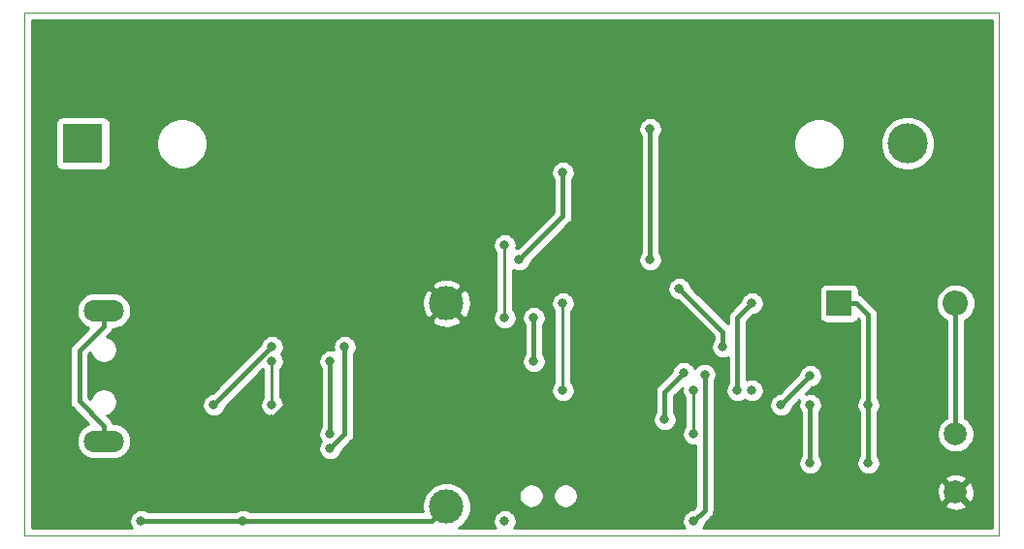
<source format=gbr>
%TF.GenerationSoftware,KiCad,Pcbnew,(5.1.2-1)-1*%
%TF.CreationDate,2020-04-26T16:50:05-07:00*%
%TF.ProjectId,Power Project,506f7765-7220-4507-926f-6a6563742e6b,rev?*%
%TF.SameCoordinates,Original*%
%TF.FileFunction,Copper,L2,Bot*%
%TF.FilePolarity,Positive*%
%FSLAX46Y46*%
G04 Gerber Fmt 4.6, Leading zero omitted, Abs format (unit mm)*
G04 Created by KiCad (PCBNEW (5.1.2-1)-1) date 2020-04-26 16:50:05*
%MOMM*%
%LPD*%
G04 APERTURE LIST*
%ADD10C,0.050000*%
%ADD11C,3.000000*%
%ADD12O,3.500000X1.900000*%
%ADD13C,1.998980*%
%ADD14O,2.200000X2.200000*%
%ADD15R,2.200000X2.200000*%
%ADD16R,3.500000X3.500000*%
%ADD17C,3.500000*%
%ADD18C,0.800000*%
%ADD19C,0.400000*%
%ADD20C,0.250000*%
%ADD21C,0.254000*%
G04 APERTURE END LIST*
D10*
X86360000Y-100330000D02*
X86360000Y-101600000D01*
X171450000Y-100330000D02*
X86360000Y-100330000D01*
X171450000Y-146050000D02*
X171450000Y-100330000D01*
X86360000Y-146050000D02*
X171450000Y-146050000D01*
X86360000Y-144780000D02*
X86360000Y-146050000D01*
X86360000Y-143510000D02*
X86360000Y-144780000D01*
X86360000Y-101600000D02*
X86360000Y-143510000D01*
D11*
X123190000Y-143510000D03*
X123190000Y-125730000D03*
D12*
X93260000Y-126380000D03*
X93260000Y-137780000D03*
D13*
X167640000Y-142240000D03*
X167640000Y-137160000D03*
D14*
X167640000Y-125730000D03*
D15*
X157480000Y-125730000D03*
D16*
X91440000Y-111760000D03*
D17*
X163440000Y-111760000D03*
D18*
X147320000Y-129540000D03*
X143510000Y-124460000D03*
X145729398Y-131970771D03*
X144780000Y-144780000D03*
X128270000Y-144780000D03*
X140970000Y-121920000D03*
X140970000Y-110490000D03*
X148590000Y-133350000D03*
X149860000Y-125730000D03*
X152400000Y-134620000D03*
X154940000Y-132080000D03*
X107950000Y-129540000D03*
X102870000Y-134620000D03*
X113030000Y-130810000D03*
X113030000Y-137160000D03*
X96520000Y-144780000D03*
X105410000Y-144780000D03*
X133350000Y-133350000D03*
X133350000Y-125730000D03*
X143900712Y-131814246D03*
X142240000Y-135890000D03*
X149860000Y-133350000D03*
X154940000Y-134620000D03*
X154940000Y-139700000D03*
X107950000Y-130810000D03*
X107950000Y-134620000D03*
X114300000Y-129540000D03*
X113030000Y-138430000D03*
X128270000Y-127000000D03*
X128270000Y-120650000D03*
X144780000Y-133350000D03*
X144780000Y-137160000D03*
X160020000Y-134620000D03*
X160020000Y-139700000D03*
X139700000Y-130810000D03*
X139700000Y-133350000D03*
X129540000Y-132080000D03*
X129540000Y-138430000D03*
X130810000Y-130810000D03*
X138430000Y-124460000D03*
X163830000Y-123190000D03*
X138430000Y-120650000D03*
X139700000Y-139700000D03*
X113030000Y-140970000D03*
X107950000Y-135890000D03*
X111760000Y-129764620D03*
X113030000Y-125730000D03*
X109220000Y-133350000D03*
X130810000Y-127000000D03*
X129540000Y-121920000D03*
X133350000Y-114300000D03*
D19*
X147320000Y-128270000D02*
X143510000Y-124460000D01*
X147320000Y-129540000D02*
X147320000Y-128270000D01*
X145729398Y-143830602D02*
X144780000Y-144780000D01*
X145729398Y-131970771D02*
X145729398Y-143830602D01*
X140970000Y-121920000D02*
X140970000Y-110490000D01*
X148590000Y-127000000D02*
X149860000Y-125730000D01*
X148590000Y-133350000D02*
X148590000Y-127000000D01*
X152400000Y-134620000D02*
X154940000Y-132080000D01*
X107950000Y-129540000D02*
X102870000Y-134620000D01*
X113030000Y-130810000D02*
X113030000Y-137160000D01*
X96520000Y-144780000D02*
X105410000Y-144780000D01*
X121920000Y-144780000D02*
X123190000Y-143510000D01*
X105410000Y-144780000D02*
X121920000Y-144780000D01*
D20*
X133350000Y-133350000D02*
X133350000Y-125730000D01*
D19*
X142240000Y-133474958D02*
X142240000Y-135890000D01*
X143900712Y-131814246D02*
X142240000Y-133474958D01*
X154940000Y-134620000D02*
X154940000Y-139700000D01*
D20*
X107950000Y-130810000D02*
X107950000Y-134620000D01*
D19*
X167640000Y-125730000D02*
X167640000Y-137160000D01*
X93260000Y-136430000D02*
X93260000Y-137780000D01*
X91110000Y-134280000D02*
X93260000Y-136430000D01*
X91110000Y-129880000D02*
X91110000Y-134280000D01*
X93260000Y-127730000D02*
X91110000Y-129880000D01*
X93260000Y-126380000D02*
X93260000Y-127730000D01*
X114300000Y-137160000D02*
X113030000Y-138430000D01*
X114300000Y-129540000D02*
X114300000Y-137160000D01*
D20*
X128270000Y-127000000D02*
X128270000Y-120650000D01*
X144780000Y-133350000D02*
X144780000Y-137160000D01*
D19*
X160020000Y-134620000D02*
X160020000Y-139700000D01*
X158980000Y-125730000D02*
X157480000Y-125730000D01*
X160020000Y-126770000D02*
X158980000Y-125730000D01*
X160020000Y-134620000D02*
X160020000Y-126770000D01*
D20*
X139700000Y-130810000D02*
X139700000Y-133350000D01*
X129540000Y-132080000D02*
X129540000Y-138430000D01*
X138430000Y-124460000D02*
X138430000Y-125730000D01*
X139700000Y-127000000D02*
X139700000Y-130810000D01*
X138430000Y-125730000D02*
X139700000Y-127000000D01*
D19*
X163830000Y-112150000D02*
X163440000Y-111760000D01*
X138430000Y-120650000D02*
X138430000Y-124460000D01*
X139700000Y-133350000D02*
X139700000Y-139700000D01*
X115570000Y-138430000D02*
X129540000Y-138430000D01*
X113030000Y-140970000D02*
X115570000Y-138430000D01*
X109220000Y-134620000D02*
X107950000Y-135890000D01*
X107950000Y-135890000D02*
X113030000Y-140970000D01*
X111760000Y-127000000D02*
X113030000Y-125730000D01*
X111760000Y-129764620D02*
X111760000Y-127000000D01*
X109220000Y-134620000D02*
X109220000Y-133350000D01*
X130810000Y-127000000D02*
X130810000Y-130810000D01*
X133350000Y-118110000D02*
X133350000Y-114300000D01*
X129540000Y-121920000D02*
X133350000Y-118110000D01*
D21*
G36*
X170790000Y-145390000D02*
G01*
X145617195Y-145390000D01*
X145697205Y-145270256D01*
X145775226Y-145081898D01*
X145804092Y-144936775D01*
X146290830Y-144450039D01*
X146322689Y-144423893D01*
X146427034Y-144296748D01*
X146504570Y-144151689D01*
X146552316Y-143994291D01*
X146564398Y-143871621D01*
X146564398Y-143871620D01*
X146568438Y-143830602D01*
X146564398Y-143789584D01*
X146564398Y-143375050D01*
X166684555Y-143375050D01*
X166780258Y-143639399D01*
X167069787Y-143780238D01*
X167381229Y-143861885D01*
X167702615Y-143881205D01*
X168021595Y-143837454D01*
X168325911Y-143732314D01*
X168499742Y-143639399D01*
X168595445Y-143375050D01*
X167640000Y-142419605D01*
X166684555Y-143375050D01*
X146564398Y-143375050D01*
X146564398Y-142302615D01*
X165998795Y-142302615D01*
X166042546Y-142621595D01*
X166147686Y-142925911D01*
X166240601Y-143099742D01*
X166504950Y-143195445D01*
X167460395Y-142240000D01*
X167819605Y-142240000D01*
X168775050Y-143195445D01*
X169039399Y-143099742D01*
X169180238Y-142810213D01*
X169261885Y-142498771D01*
X169281205Y-142177385D01*
X169237454Y-141858405D01*
X169132314Y-141554089D01*
X169039399Y-141380258D01*
X168775050Y-141284555D01*
X167819605Y-142240000D01*
X167460395Y-142240000D01*
X166504950Y-141284555D01*
X166240601Y-141380258D01*
X166099762Y-141669787D01*
X166018115Y-141981229D01*
X165998795Y-142302615D01*
X146564398Y-142302615D01*
X146564398Y-141104950D01*
X166684555Y-141104950D01*
X167640000Y-142060395D01*
X168595445Y-141104950D01*
X168499742Y-140840601D01*
X168210213Y-140699762D01*
X167898771Y-140618115D01*
X167577385Y-140598795D01*
X167258405Y-140642546D01*
X166954089Y-140747686D01*
X166780258Y-140840601D01*
X166684555Y-141104950D01*
X146564398Y-141104950D01*
X146564398Y-134518061D01*
X151365000Y-134518061D01*
X151365000Y-134721939D01*
X151404774Y-134921898D01*
X151482795Y-135110256D01*
X151596063Y-135279774D01*
X151740226Y-135423937D01*
X151909744Y-135537205D01*
X152098102Y-135615226D01*
X152298061Y-135655000D01*
X152501939Y-135655000D01*
X152701898Y-135615226D01*
X152890256Y-135537205D01*
X153059774Y-135423937D01*
X153203937Y-135279774D01*
X153317205Y-135110256D01*
X153395226Y-134921898D01*
X153424093Y-134776775D01*
X153988621Y-134212246D01*
X153944774Y-134318102D01*
X153905000Y-134518061D01*
X153905000Y-134721939D01*
X153944774Y-134921898D01*
X154022795Y-135110256D01*
X154105000Y-135233285D01*
X154105001Y-139086714D01*
X154022795Y-139209744D01*
X153944774Y-139398102D01*
X153905000Y-139598061D01*
X153905000Y-139801939D01*
X153944774Y-140001898D01*
X154022795Y-140190256D01*
X154136063Y-140359774D01*
X154280226Y-140503937D01*
X154449744Y-140617205D01*
X154638102Y-140695226D01*
X154838061Y-140735000D01*
X155041939Y-140735000D01*
X155241898Y-140695226D01*
X155430256Y-140617205D01*
X155599774Y-140503937D01*
X155743937Y-140359774D01*
X155857205Y-140190256D01*
X155935226Y-140001898D01*
X155975000Y-139801939D01*
X155975000Y-139598061D01*
X155935226Y-139398102D01*
X155857205Y-139209744D01*
X155775000Y-139086715D01*
X155775000Y-135233285D01*
X155857205Y-135110256D01*
X155935226Y-134921898D01*
X155975000Y-134721939D01*
X155975000Y-134518061D01*
X155935226Y-134318102D01*
X155857205Y-134129744D01*
X155743937Y-133960226D01*
X155599774Y-133816063D01*
X155430256Y-133702795D01*
X155241898Y-133624774D01*
X155041939Y-133585000D01*
X154838061Y-133585000D01*
X154638102Y-133624774D01*
X154532247Y-133668621D01*
X155096775Y-133104092D01*
X155241898Y-133075226D01*
X155430256Y-132997205D01*
X155599774Y-132883937D01*
X155743937Y-132739774D01*
X155857205Y-132570256D01*
X155935226Y-132381898D01*
X155975000Y-132181939D01*
X155975000Y-131978061D01*
X155935226Y-131778102D01*
X155857205Y-131589744D01*
X155743937Y-131420226D01*
X155599774Y-131276063D01*
X155430256Y-131162795D01*
X155241898Y-131084774D01*
X155041939Y-131045000D01*
X154838061Y-131045000D01*
X154638102Y-131084774D01*
X154449744Y-131162795D01*
X154280226Y-131276063D01*
X154136063Y-131420226D01*
X154022795Y-131589744D01*
X153944774Y-131778102D01*
X153915908Y-131923225D01*
X152243225Y-133595907D01*
X152098102Y-133624774D01*
X151909744Y-133702795D01*
X151740226Y-133816063D01*
X151596063Y-133960226D01*
X151482795Y-134129744D01*
X151404774Y-134318102D01*
X151365000Y-134518061D01*
X146564398Y-134518061D01*
X146564398Y-132584056D01*
X146646603Y-132461027D01*
X146724624Y-132272669D01*
X146764398Y-132072710D01*
X146764398Y-131868832D01*
X146724624Y-131668873D01*
X146646603Y-131480515D01*
X146533335Y-131310997D01*
X146389172Y-131166834D01*
X146219654Y-131053566D01*
X146031296Y-130975545D01*
X145831337Y-130935771D01*
X145627459Y-130935771D01*
X145427500Y-130975545D01*
X145239142Y-131053566D01*
X145069624Y-131166834D01*
X144925461Y-131310997D01*
X144855750Y-131415327D01*
X144817917Y-131323990D01*
X144704649Y-131154472D01*
X144560486Y-131010309D01*
X144390968Y-130897041D01*
X144202610Y-130819020D01*
X144002651Y-130779246D01*
X143798773Y-130779246D01*
X143598814Y-130819020D01*
X143410456Y-130897041D01*
X143240938Y-131010309D01*
X143096775Y-131154472D01*
X142983507Y-131323990D01*
X142905486Y-131512348D01*
X142876620Y-131657471D01*
X141678579Y-132855512D01*
X141646709Y-132881667D01*
X141542365Y-133008812D01*
X141542364Y-133008813D01*
X141464828Y-133153872D01*
X141417082Y-133311270D01*
X141400960Y-133474958D01*
X141405000Y-133515977D01*
X141405001Y-135276714D01*
X141322795Y-135399744D01*
X141244774Y-135588102D01*
X141205000Y-135788061D01*
X141205000Y-135991939D01*
X141244774Y-136191898D01*
X141322795Y-136380256D01*
X141436063Y-136549774D01*
X141580226Y-136693937D01*
X141749744Y-136807205D01*
X141938102Y-136885226D01*
X142138061Y-136925000D01*
X142341939Y-136925000D01*
X142541898Y-136885226D01*
X142730256Y-136807205D01*
X142899774Y-136693937D01*
X143043937Y-136549774D01*
X143157205Y-136380256D01*
X143235226Y-136191898D01*
X143275000Y-135991939D01*
X143275000Y-135788061D01*
X143235226Y-135588102D01*
X143157205Y-135399744D01*
X143075000Y-135276715D01*
X143075000Y-133820825D01*
X143769144Y-133126682D01*
X143745000Y-133248061D01*
X143745000Y-133451939D01*
X143784774Y-133651898D01*
X143862795Y-133840256D01*
X143976063Y-134009774D01*
X144020000Y-134053711D01*
X144020001Y-136456288D01*
X143976063Y-136500226D01*
X143862795Y-136669744D01*
X143784774Y-136858102D01*
X143745000Y-137058061D01*
X143745000Y-137261939D01*
X143784774Y-137461898D01*
X143862795Y-137650256D01*
X143976063Y-137819774D01*
X144120226Y-137963937D01*
X144289744Y-138077205D01*
X144478102Y-138155226D01*
X144678061Y-138195000D01*
X144881939Y-138195000D01*
X144894399Y-138192522D01*
X144894399Y-143484733D01*
X144623225Y-143755908D01*
X144478102Y-143784774D01*
X144289744Y-143862795D01*
X144120226Y-143976063D01*
X143976063Y-144120226D01*
X143862795Y-144289744D01*
X143784774Y-144478102D01*
X143745000Y-144678061D01*
X143745000Y-144881939D01*
X143784774Y-145081898D01*
X143862795Y-145270256D01*
X143942805Y-145390000D01*
X129107195Y-145390000D01*
X129187205Y-145270256D01*
X129265226Y-145081898D01*
X129305000Y-144881939D01*
X129305000Y-144678061D01*
X129265226Y-144478102D01*
X129187205Y-144289744D01*
X129073937Y-144120226D01*
X128929774Y-143976063D01*
X128760256Y-143862795D01*
X128571898Y-143784774D01*
X128371939Y-143745000D01*
X128168061Y-143745000D01*
X127968102Y-143784774D01*
X127779744Y-143862795D01*
X127610226Y-143976063D01*
X127466063Y-144120226D01*
X127352795Y-144289744D01*
X127274774Y-144478102D01*
X127235000Y-144678061D01*
X127235000Y-144881939D01*
X127274774Y-145081898D01*
X127352795Y-145270256D01*
X127432805Y-145390000D01*
X124219279Y-145390000D01*
X124550983Y-145168363D01*
X124848363Y-144870983D01*
X125082012Y-144521302D01*
X125242953Y-144132756D01*
X125325000Y-143720279D01*
X125325000Y-143299721D01*
X125242953Y-142887244D01*
X125082012Y-142498698D01*
X125058251Y-142463137D01*
X129495000Y-142463137D01*
X129495000Y-142676863D01*
X129536696Y-142886483D01*
X129618485Y-143083940D01*
X129737225Y-143261647D01*
X129888353Y-143412775D01*
X130066060Y-143531515D01*
X130263517Y-143613304D01*
X130473137Y-143655000D01*
X130686863Y-143655000D01*
X130896483Y-143613304D01*
X131093940Y-143531515D01*
X131271647Y-143412775D01*
X131422775Y-143261647D01*
X131541515Y-143083940D01*
X131623304Y-142886483D01*
X131665000Y-142676863D01*
X131665000Y-142463137D01*
X132495000Y-142463137D01*
X132495000Y-142676863D01*
X132536696Y-142886483D01*
X132618485Y-143083940D01*
X132737225Y-143261647D01*
X132888353Y-143412775D01*
X133066060Y-143531515D01*
X133263517Y-143613304D01*
X133473137Y-143655000D01*
X133686863Y-143655000D01*
X133896483Y-143613304D01*
X134093940Y-143531515D01*
X134271647Y-143412775D01*
X134422775Y-143261647D01*
X134541515Y-143083940D01*
X134623304Y-142886483D01*
X134665000Y-142676863D01*
X134665000Y-142463137D01*
X134623304Y-142253517D01*
X134541515Y-142056060D01*
X134422775Y-141878353D01*
X134271647Y-141727225D01*
X134093940Y-141608485D01*
X133896483Y-141526696D01*
X133686863Y-141485000D01*
X133473137Y-141485000D01*
X133263517Y-141526696D01*
X133066060Y-141608485D01*
X132888353Y-141727225D01*
X132737225Y-141878353D01*
X132618485Y-142056060D01*
X132536696Y-142253517D01*
X132495000Y-142463137D01*
X131665000Y-142463137D01*
X131623304Y-142253517D01*
X131541515Y-142056060D01*
X131422775Y-141878353D01*
X131271647Y-141727225D01*
X131093940Y-141608485D01*
X130896483Y-141526696D01*
X130686863Y-141485000D01*
X130473137Y-141485000D01*
X130263517Y-141526696D01*
X130066060Y-141608485D01*
X129888353Y-141727225D01*
X129737225Y-141878353D01*
X129618485Y-142056060D01*
X129536696Y-142253517D01*
X129495000Y-142463137D01*
X125058251Y-142463137D01*
X124848363Y-142149017D01*
X124550983Y-141851637D01*
X124201302Y-141617988D01*
X123812756Y-141457047D01*
X123400279Y-141375000D01*
X122979721Y-141375000D01*
X122567244Y-141457047D01*
X122178698Y-141617988D01*
X121829017Y-141851637D01*
X121531637Y-142149017D01*
X121297988Y-142498698D01*
X121137047Y-142887244D01*
X121055000Y-143299721D01*
X121055000Y-143720279D01*
X121099700Y-143945000D01*
X106023285Y-143945000D01*
X105900256Y-143862795D01*
X105711898Y-143784774D01*
X105511939Y-143745000D01*
X105308061Y-143745000D01*
X105108102Y-143784774D01*
X104919744Y-143862795D01*
X104796715Y-143945000D01*
X97133285Y-143945000D01*
X97010256Y-143862795D01*
X96821898Y-143784774D01*
X96621939Y-143745000D01*
X96418061Y-143745000D01*
X96218102Y-143784774D01*
X96029744Y-143862795D01*
X95860226Y-143976063D01*
X95716063Y-144120226D01*
X95602795Y-144289744D01*
X95524774Y-144478102D01*
X95485000Y-144678061D01*
X95485000Y-144881939D01*
X95524774Y-145081898D01*
X95602795Y-145270256D01*
X95682805Y-145390000D01*
X87020000Y-145390000D01*
X87020000Y-129880000D01*
X90270960Y-129880000D01*
X90275000Y-129921019D01*
X90275001Y-134238972D01*
X90270960Y-134280000D01*
X90287082Y-134443688D01*
X90334828Y-134601086D01*
X90412364Y-134746145D01*
X90412365Y-134746146D01*
X90516710Y-134873291D01*
X90548574Y-134899441D01*
X91932751Y-136283619D01*
X91850512Y-136308566D01*
X91575161Y-136455744D01*
X91333813Y-136653813D01*
X91135744Y-136895161D01*
X90988566Y-137170512D01*
X90897934Y-137469286D01*
X90867331Y-137780000D01*
X90897934Y-138090714D01*
X90988566Y-138389488D01*
X91135744Y-138664839D01*
X91333813Y-138906187D01*
X91575161Y-139104256D01*
X91850512Y-139251434D01*
X92149286Y-139342066D01*
X92382136Y-139365000D01*
X94137864Y-139365000D01*
X94370714Y-139342066D01*
X94669488Y-139251434D01*
X94944839Y-139104256D01*
X95186187Y-138906187D01*
X95384256Y-138664839D01*
X95531434Y-138389488D01*
X95622066Y-138090714D01*
X95652669Y-137780000D01*
X95622066Y-137469286D01*
X95531434Y-137170512D01*
X95384256Y-136895161D01*
X95186187Y-136653813D01*
X94944839Y-136455744D01*
X94669488Y-136308566D01*
X94370714Y-136217934D01*
X94137864Y-136195000D01*
X94061286Y-136195000D01*
X94035172Y-136108913D01*
X93957636Y-135963854D01*
X93930689Y-135931019D01*
X93853291Y-135836709D01*
X93821428Y-135810560D01*
X93542826Y-135531958D01*
X93605652Y-135519461D01*
X93821308Y-135430134D01*
X94015394Y-135300450D01*
X94180450Y-135135394D01*
X94310134Y-134941308D01*
X94399461Y-134725652D01*
X94440753Y-134518061D01*
X101835000Y-134518061D01*
X101835000Y-134721939D01*
X101874774Y-134921898D01*
X101952795Y-135110256D01*
X102066063Y-135279774D01*
X102210226Y-135423937D01*
X102379744Y-135537205D01*
X102568102Y-135615226D01*
X102768061Y-135655000D01*
X102971939Y-135655000D01*
X103171898Y-135615226D01*
X103360256Y-135537205D01*
X103529774Y-135423937D01*
X103673937Y-135279774D01*
X103787205Y-135110256D01*
X103865226Y-134921898D01*
X103894093Y-134776775D01*
X107173579Y-131497290D01*
X107190000Y-131513711D01*
X107190001Y-133916288D01*
X107146063Y-133960226D01*
X107032795Y-134129744D01*
X106954774Y-134318102D01*
X106915000Y-134518061D01*
X106915000Y-134721939D01*
X106954774Y-134921898D01*
X107032795Y-135110256D01*
X107146063Y-135279774D01*
X107290226Y-135423937D01*
X107459744Y-135537205D01*
X107648102Y-135615226D01*
X107848061Y-135655000D01*
X108051939Y-135655000D01*
X108251898Y-135615226D01*
X108440256Y-135537205D01*
X108609774Y-135423937D01*
X108753937Y-135279774D01*
X108867205Y-135110256D01*
X108945226Y-134921898D01*
X108985000Y-134721939D01*
X108985000Y-134518061D01*
X108945226Y-134318102D01*
X108867205Y-134129744D01*
X108753937Y-133960226D01*
X108710000Y-133916289D01*
X108710000Y-131513711D01*
X108753937Y-131469774D01*
X108867205Y-131300256D01*
X108945226Y-131111898D01*
X108985000Y-130911939D01*
X108985000Y-130708061D01*
X111995000Y-130708061D01*
X111995000Y-130911939D01*
X112034774Y-131111898D01*
X112112795Y-131300256D01*
X112195000Y-131423285D01*
X112195001Y-136546714D01*
X112112795Y-136669744D01*
X112034774Y-136858102D01*
X111995000Y-137058061D01*
X111995000Y-137261939D01*
X112034774Y-137461898D01*
X112112795Y-137650256D01*
X112209510Y-137795000D01*
X112112795Y-137939744D01*
X112034774Y-138128102D01*
X111995000Y-138328061D01*
X111995000Y-138531939D01*
X112034774Y-138731898D01*
X112112795Y-138920256D01*
X112226063Y-139089774D01*
X112370226Y-139233937D01*
X112539744Y-139347205D01*
X112728102Y-139425226D01*
X112928061Y-139465000D01*
X113131939Y-139465000D01*
X113331898Y-139425226D01*
X113520256Y-139347205D01*
X113689774Y-139233937D01*
X113833937Y-139089774D01*
X113947205Y-138920256D01*
X114025226Y-138731898D01*
X114054093Y-138586775D01*
X114861426Y-137779442D01*
X114893291Y-137753291D01*
X114997636Y-137626146D01*
X115075172Y-137481087D01*
X115122918Y-137323689D01*
X115135000Y-137201019D01*
X115135000Y-137201017D01*
X115139040Y-137160001D01*
X115135000Y-137118985D01*
X115135000Y-130153285D01*
X115217205Y-130030256D01*
X115295226Y-129841898D01*
X115335000Y-129641939D01*
X115335000Y-129438061D01*
X115295226Y-129238102D01*
X115217205Y-129049744D01*
X115103937Y-128880226D01*
X114959774Y-128736063D01*
X114790256Y-128622795D01*
X114601898Y-128544774D01*
X114401939Y-128505000D01*
X114198061Y-128505000D01*
X113998102Y-128544774D01*
X113809744Y-128622795D01*
X113640226Y-128736063D01*
X113496063Y-128880226D01*
X113382795Y-129049744D01*
X113304774Y-129238102D01*
X113265000Y-129438061D01*
X113265000Y-129641939D01*
X113298039Y-129808039D01*
X113131939Y-129775000D01*
X112928061Y-129775000D01*
X112728102Y-129814774D01*
X112539744Y-129892795D01*
X112370226Y-130006063D01*
X112226063Y-130150226D01*
X112112795Y-130319744D01*
X112034774Y-130508102D01*
X111995000Y-130708061D01*
X108985000Y-130708061D01*
X108945226Y-130508102D01*
X108867205Y-130319744D01*
X108770490Y-130175000D01*
X108867205Y-130030256D01*
X108945226Y-129841898D01*
X108985000Y-129641939D01*
X108985000Y-129438061D01*
X108945226Y-129238102D01*
X108867205Y-129049744D01*
X108753937Y-128880226D01*
X108609774Y-128736063D01*
X108440256Y-128622795D01*
X108251898Y-128544774D01*
X108051939Y-128505000D01*
X107848061Y-128505000D01*
X107648102Y-128544774D01*
X107459744Y-128622795D01*
X107290226Y-128736063D01*
X107146063Y-128880226D01*
X107032795Y-129049744D01*
X106954774Y-129238102D01*
X106925908Y-129383223D01*
X102713225Y-133595907D01*
X102568102Y-133624774D01*
X102379744Y-133702795D01*
X102210226Y-133816063D01*
X102066063Y-133960226D01*
X101952795Y-134129744D01*
X101874774Y-134318102D01*
X101835000Y-134518061D01*
X94440753Y-134518061D01*
X94445000Y-134496712D01*
X94445000Y-134263288D01*
X94399461Y-134034348D01*
X94310134Y-133818692D01*
X94180450Y-133624606D01*
X94015394Y-133459550D01*
X93821308Y-133329866D01*
X93605652Y-133240539D01*
X93376712Y-133195000D01*
X93143288Y-133195000D01*
X92914348Y-133240539D01*
X92698692Y-133329866D01*
X92504606Y-133459550D01*
X92339550Y-133624606D01*
X92209866Y-133818692D01*
X92120539Y-134034348D01*
X92108042Y-134097175D01*
X91945000Y-133934133D01*
X91945000Y-130225867D01*
X92108042Y-130062825D01*
X92120539Y-130125652D01*
X92209866Y-130341308D01*
X92339550Y-130535394D01*
X92504606Y-130700450D01*
X92698692Y-130830134D01*
X92914348Y-130919461D01*
X93143288Y-130965000D01*
X93376712Y-130965000D01*
X93605652Y-130919461D01*
X93821308Y-130830134D01*
X94015394Y-130700450D01*
X94180450Y-130535394D01*
X94310134Y-130341308D01*
X94399461Y-130125652D01*
X94445000Y-129896712D01*
X94445000Y-129663288D01*
X94399461Y-129434348D01*
X94310134Y-129218692D01*
X94180450Y-129024606D01*
X94015394Y-128859550D01*
X93821308Y-128729866D01*
X93605652Y-128640539D01*
X93542826Y-128628042D01*
X93821427Y-128349441D01*
X93853291Y-128323291D01*
X93957636Y-128196146D01*
X94035172Y-128051087D01*
X94061286Y-127965000D01*
X94137864Y-127965000D01*
X94370714Y-127942066D01*
X94669488Y-127851434D01*
X94944839Y-127704256D01*
X95186187Y-127506187D01*
X95384256Y-127264839D01*
X95407339Y-127221653D01*
X121877952Y-127221653D01*
X122033962Y-127537214D01*
X122408745Y-127728020D01*
X122813551Y-127842044D01*
X123232824Y-127874902D01*
X123650451Y-127825334D01*
X124050383Y-127695243D01*
X124346038Y-127537214D01*
X124502048Y-127221653D01*
X123190000Y-125909605D01*
X121877952Y-127221653D01*
X95407339Y-127221653D01*
X95531434Y-126989488D01*
X95622066Y-126690714D01*
X95652669Y-126380000D01*
X95622066Y-126069286D01*
X95532136Y-125772824D01*
X121045098Y-125772824D01*
X121094666Y-126190451D01*
X121224757Y-126590383D01*
X121382786Y-126886038D01*
X121698347Y-127042048D01*
X123010395Y-125730000D01*
X123369605Y-125730000D01*
X124681653Y-127042048D01*
X124997214Y-126886038D01*
X125188020Y-126511255D01*
X125302044Y-126106449D01*
X125334902Y-125687176D01*
X125285334Y-125269549D01*
X125155243Y-124869617D01*
X124997214Y-124573962D01*
X124681653Y-124417952D01*
X123369605Y-125730000D01*
X123010395Y-125730000D01*
X121698347Y-124417952D01*
X121382786Y-124573962D01*
X121191980Y-124948745D01*
X121077956Y-125353551D01*
X121045098Y-125772824D01*
X95532136Y-125772824D01*
X95531434Y-125770512D01*
X95384256Y-125495161D01*
X95186187Y-125253813D01*
X94944839Y-125055744D01*
X94669488Y-124908566D01*
X94370714Y-124817934D01*
X94137864Y-124795000D01*
X92382136Y-124795000D01*
X92149286Y-124817934D01*
X91850512Y-124908566D01*
X91575161Y-125055744D01*
X91333813Y-125253813D01*
X91135744Y-125495161D01*
X90988566Y-125770512D01*
X90897934Y-126069286D01*
X90867331Y-126380000D01*
X90897934Y-126690714D01*
X90988566Y-126989488D01*
X91135744Y-127264839D01*
X91333813Y-127506187D01*
X91575161Y-127704256D01*
X91850512Y-127851434D01*
X91932751Y-127876381D01*
X90548579Y-129260554D01*
X90516709Y-129286709D01*
X90412365Y-129413854D01*
X90412364Y-129413855D01*
X90334828Y-129558914D01*
X90287082Y-129716312D01*
X90270960Y-129880000D01*
X87020000Y-129880000D01*
X87020000Y-124238347D01*
X121877952Y-124238347D01*
X123190000Y-125550395D01*
X124502048Y-124238347D01*
X124346038Y-123922786D01*
X123971255Y-123731980D01*
X123566449Y-123617956D01*
X123147176Y-123585098D01*
X122729549Y-123634666D01*
X122329617Y-123764757D01*
X122033962Y-123922786D01*
X121877952Y-124238347D01*
X87020000Y-124238347D01*
X87020000Y-120548061D01*
X127235000Y-120548061D01*
X127235000Y-120751939D01*
X127274774Y-120951898D01*
X127352795Y-121140256D01*
X127466063Y-121309774D01*
X127510001Y-121353712D01*
X127510000Y-126296289D01*
X127466063Y-126340226D01*
X127352795Y-126509744D01*
X127274774Y-126698102D01*
X127235000Y-126898061D01*
X127235000Y-127101939D01*
X127274774Y-127301898D01*
X127352795Y-127490256D01*
X127466063Y-127659774D01*
X127610226Y-127803937D01*
X127779744Y-127917205D01*
X127968102Y-127995226D01*
X128168061Y-128035000D01*
X128371939Y-128035000D01*
X128571898Y-127995226D01*
X128760256Y-127917205D01*
X128929774Y-127803937D01*
X129073937Y-127659774D01*
X129187205Y-127490256D01*
X129265226Y-127301898D01*
X129305000Y-127101939D01*
X129305000Y-126898061D01*
X129775000Y-126898061D01*
X129775000Y-127101939D01*
X129814774Y-127301898D01*
X129892795Y-127490256D01*
X129975000Y-127613285D01*
X129975001Y-130196714D01*
X129892795Y-130319744D01*
X129814774Y-130508102D01*
X129775000Y-130708061D01*
X129775000Y-130911939D01*
X129814774Y-131111898D01*
X129892795Y-131300256D01*
X130006063Y-131469774D01*
X130150226Y-131613937D01*
X130319744Y-131727205D01*
X130508102Y-131805226D01*
X130708061Y-131845000D01*
X130911939Y-131845000D01*
X131111898Y-131805226D01*
X131300256Y-131727205D01*
X131469774Y-131613937D01*
X131613937Y-131469774D01*
X131727205Y-131300256D01*
X131805226Y-131111898D01*
X131845000Y-130911939D01*
X131845000Y-130708061D01*
X131805226Y-130508102D01*
X131727205Y-130319744D01*
X131645000Y-130196715D01*
X131645000Y-127613285D01*
X131727205Y-127490256D01*
X131805226Y-127301898D01*
X131845000Y-127101939D01*
X131845000Y-126898061D01*
X131805226Y-126698102D01*
X131727205Y-126509744D01*
X131613937Y-126340226D01*
X131469774Y-126196063D01*
X131300256Y-126082795D01*
X131111898Y-126004774D01*
X130911939Y-125965000D01*
X130708061Y-125965000D01*
X130508102Y-126004774D01*
X130319744Y-126082795D01*
X130150226Y-126196063D01*
X130006063Y-126340226D01*
X129892795Y-126509744D01*
X129814774Y-126698102D01*
X129775000Y-126898061D01*
X129305000Y-126898061D01*
X129265226Y-126698102D01*
X129187205Y-126509744D01*
X129073937Y-126340226D01*
X129030000Y-126296289D01*
X129030000Y-125628061D01*
X132315000Y-125628061D01*
X132315000Y-125831939D01*
X132354774Y-126031898D01*
X132432795Y-126220256D01*
X132546063Y-126389774D01*
X132590001Y-126433712D01*
X132590000Y-132646289D01*
X132546063Y-132690226D01*
X132432795Y-132859744D01*
X132354774Y-133048102D01*
X132315000Y-133248061D01*
X132315000Y-133451939D01*
X132354774Y-133651898D01*
X132432795Y-133840256D01*
X132546063Y-134009774D01*
X132690226Y-134153937D01*
X132859744Y-134267205D01*
X133048102Y-134345226D01*
X133248061Y-134385000D01*
X133451939Y-134385000D01*
X133651898Y-134345226D01*
X133840256Y-134267205D01*
X134009774Y-134153937D01*
X134153937Y-134009774D01*
X134267205Y-133840256D01*
X134345226Y-133651898D01*
X134385000Y-133451939D01*
X134385000Y-133248061D01*
X134345226Y-133048102D01*
X134267205Y-132859744D01*
X134153937Y-132690226D01*
X134110000Y-132646289D01*
X134110000Y-126433711D01*
X134153937Y-126389774D01*
X134267205Y-126220256D01*
X134345226Y-126031898D01*
X134385000Y-125831939D01*
X134385000Y-125628061D01*
X134345226Y-125428102D01*
X134267205Y-125239744D01*
X134153937Y-125070226D01*
X134009774Y-124926063D01*
X133840256Y-124812795D01*
X133651898Y-124734774D01*
X133451939Y-124695000D01*
X133248061Y-124695000D01*
X133048102Y-124734774D01*
X132859744Y-124812795D01*
X132690226Y-124926063D01*
X132546063Y-125070226D01*
X132432795Y-125239744D01*
X132354774Y-125428102D01*
X132315000Y-125628061D01*
X129030000Y-125628061D01*
X129030000Y-124358061D01*
X142475000Y-124358061D01*
X142475000Y-124561939D01*
X142514774Y-124761898D01*
X142592795Y-124950256D01*
X142706063Y-125119774D01*
X142850226Y-125263937D01*
X143019744Y-125377205D01*
X143208102Y-125455226D01*
X143353225Y-125484093D01*
X146485001Y-128615870D01*
X146485000Y-128926714D01*
X146402795Y-129049744D01*
X146324774Y-129238102D01*
X146285000Y-129438061D01*
X146285000Y-129641939D01*
X146324774Y-129841898D01*
X146402795Y-130030256D01*
X146516063Y-130199774D01*
X146660226Y-130343937D01*
X146829744Y-130457205D01*
X147018102Y-130535226D01*
X147218061Y-130575000D01*
X147421939Y-130575000D01*
X147621898Y-130535226D01*
X147755000Y-130480093D01*
X147755000Y-132736715D01*
X147672795Y-132859744D01*
X147594774Y-133048102D01*
X147555000Y-133248061D01*
X147555000Y-133451939D01*
X147594774Y-133651898D01*
X147672795Y-133840256D01*
X147786063Y-134009774D01*
X147930226Y-134153937D01*
X148099744Y-134267205D01*
X148288102Y-134345226D01*
X148488061Y-134385000D01*
X148691939Y-134385000D01*
X148891898Y-134345226D01*
X149080256Y-134267205D01*
X149225000Y-134170490D01*
X149369744Y-134267205D01*
X149558102Y-134345226D01*
X149758061Y-134385000D01*
X149961939Y-134385000D01*
X150161898Y-134345226D01*
X150350256Y-134267205D01*
X150519774Y-134153937D01*
X150663937Y-134009774D01*
X150777205Y-133840256D01*
X150855226Y-133651898D01*
X150895000Y-133451939D01*
X150895000Y-133248061D01*
X150855226Y-133048102D01*
X150777205Y-132859744D01*
X150663937Y-132690226D01*
X150519774Y-132546063D01*
X150350256Y-132432795D01*
X150161898Y-132354774D01*
X149961939Y-132315000D01*
X149758061Y-132315000D01*
X149558102Y-132354774D01*
X149425000Y-132409907D01*
X149425000Y-127345867D01*
X150016775Y-126754092D01*
X150161898Y-126725226D01*
X150350256Y-126647205D01*
X150519774Y-126533937D01*
X150663937Y-126389774D01*
X150777205Y-126220256D01*
X150855226Y-126031898D01*
X150895000Y-125831939D01*
X150895000Y-125628061D01*
X150855226Y-125428102D01*
X150777205Y-125239744D01*
X150663937Y-125070226D01*
X150519774Y-124926063D01*
X150350256Y-124812795D01*
X150161898Y-124734774D01*
X149961939Y-124695000D01*
X149758061Y-124695000D01*
X149558102Y-124734774D01*
X149369744Y-124812795D01*
X149200226Y-124926063D01*
X149056063Y-125070226D01*
X148942795Y-125239744D01*
X148864774Y-125428102D01*
X148835908Y-125573225D01*
X148028574Y-126380559D01*
X147996710Y-126406709D01*
X147970562Y-126438571D01*
X147892364Y-126533855D01*
X147814828Y-126678914D01*
X147767082Y-126836312D01*
X147750960Y-127000000D01*
X147755001Y-127041028D01*
X147755001Y-127524132D01*
X144860869Y-124630000D01*
X155741928Y-124630000D01*
X155741928Y-126830000D01*
X155754188Y-126954482D01*
X155790498Y-127074180D01*
X155849463Y-127184494D01*
X155928815Y-127281185D01*
X156025506Y-127360537D01*
X156135820Y-127419502D01*
X156255518Y-127455812D01*
X156380000Y-127468072D01*
X158580000Y-127468072D01*
X158704482Y-127455812D01*
X158824180Y-127419502D01*
X158934494Y-127360537D01*
X159031185Y-127281185D01*
X159110537Y-127184494D01*
X159160379Y-127091247D01*
X159185001Y-127115869D01*
X159185000Y-134006715D01*
X159102795Y-134129744D01*
X159024774Y-134318102D01*
X158985000Y-134518061D01*
X158985000Y-134721939D01*
X159024774Y-134921898D01*
X159102795Y-135110256D01*
X159185000Y-135233285D01*
X159185001Y-139086714D01*
X159102795Y-139209744D01*
X159024774Y-139398102D01*
X158985000Y-139598061D01*
X158985000Y-139801939D01*
X159024774Y-140001898D01*
X159102795Y-140190256D01*
X159216063Y-140359774D01*
X159360226Y-140503937D01*
X159529744Y-140617205D01*
X159718102Y-140695226D01*
X159918061Y-140735000D01*
X160121939Y-140735000D01*
X160321898Y-140695226D01*
X160510256Y-140617205D01*
X160679774Y-140503937D01*
X160823937Y-140359774D01*
X160937205Y-140190256D01*
X161015226Y-140001898D01*
X161055000Y-139801939D01*
X161055000Y-139598061D01*
X161015226Y-139398102D01*
X160937205Y-139209744D01*
X160855000Y-139086715D01*
X160855000Y-135233285D01*
X160937205Y-135110256D01*
X161015226Y-134921898D01*
X161055000Y-134721939D01*
X161055000Y-134518061D01*
X161015226Y-134318102D01*
X160937205Y-134129744D01*
X160855000Y-134006715D01*
X160855000Y-126811018D01*
X160859040Y-126769999D01*
X160842918Y-126606311D01*
X160795172Y-126448913D01*
X160717636Y-126303854D01*
X160645791Y-126216311D01*
X160613291Y-126176709D01*
X160581426Y-126150558D01*
X160160868Y-125730000D01*
X165896606Y-125730000D01*
X165930105Y-126070119D01*
X166029314Y-126397168D01*
X166190421Y-126698578D01*
X166407234Y-126962766D01*
X166671422Y-127179579D01*
X166805000Y-127250978D01*
X166805001Y-135752143D01*
X166598073Y-135890408D01*
X166370408Y-136118073D01*
X166191533Y-136385778D01*
X166068322Y-136683237D01*
X166005510Y-136999017D01*
X166005510Y-137320983D01*
X166068322Y-137636763D01*
X166191533Y-137934222D01*
X166370408Y-138201927D01*
X166598073Y-138429592D01*
X166865778Y-138608467D01*
X167163237Y-138731678D01*
X167479017Y-138794490D01*
X167800983Y-138794490D01*
X168116763Y-138731678D01*
X168414222Y-138608467D01*
X168681927Y-138429592D01*
X168909592Y-138201927D01*
X169088467Y-137934222D01*
X169211678Y-137636763D01*
X169274490Y-137320983D01*
X169274490Y-136999017D01*
X169211678Y-136683237D01*
X169088467Y-136385778D01*
X168909592Y-136118073D01*
X168681927Y-135890408D01*
X168475000Y-135752144D01*
X168475000Y-127250978D01*
X168608578Y-127179579D01*
X168872766Y-126962766D01*
X169089579Y-126698578D01*
X169250686Y-126397168D01*
X169349895Y-126070119D01*
X169383394Y-125730000D01*
X169349895Y-125389881D01*
X169250686Y-125062832D01*
X169089579Y-124761422D01*
X168872766Y-124497234D01*
X168608578Y-124280421D01*
X168307168Y-124119314D01*
X167980119Y-124020105D01*
X167725225Y-123995000D01*
X167554775Y-123995000D01*
X167299881Y-124020105D01*
X166972832Y-124119314D01*
X166671422Y-124280421D01*
X166407234Y-124497234D01*
X166190421Y-124761422D01*
X166029314Y-125062832D01*
X165930105Y-125389881D01*
X165896606Y-125730000D01*
X160160868Y-125730000D01*
X159599446Y-125168579D01*
X159573291Y-125136709D01*
X159446146Y-125032364D01*
X159301087Y-124954828D01*
X159218072Y-124929646D01*
X159218072Y-124630000D01*
X159205812Y-124505518D01*
X159169502Y-124385820D01*
X159110537Y-124275506D01*
X159031185Y-124178815D01*
X158934494Y-124099463D01*
X158824180Y-124040498D01*
X158704482Y-124004188D01*
X158580000Y-123991928D01*
X156380000Y-123991928D01*
X156255518Y-124004188D01*
X156135820Y-124040498D01*
X156025506Y-124099463D01*
X155928815Y-124178815D01*
X155849463Y-124275506D01*
X155790498Y-124385820D01*
X155754188Y-124505518D01*
X155741928Y-124630000D01*
X144860869Y-124630000D01*
X144534093Y-124303225D01*
X144505226Y-124158102D01*
X144427205Y-123969744D01*
X144313937Y-123800226D01*
X144169774Y-123656063D01*
X144000256Y-123542795D01*
X143811898Y-123464774D01*
X143611939Y-123425000D01*
X143408061Y-123425000D01*
X143208102Y-123464774D01*
X143019744Y-123542795D01*
X142850226Y-123656063D01*
X142706063Y-123800226D01*
X142592795Y-123969744D01*
X142514774Y-124158102D01*
X142475000Y-124358061D01*
X129030000Y-124358061D01*
X129030000Y-122824013D01*
X129049744Y-122837205D01*
X129238102Y-122915226D01*
X129438061Y-122955000D01*
X129641939Y-122955000D01*
X129841898Y-122915226D01*
X130030256Y-122837205D01*
X130199774Y-122723937D01*
X130343937Y-122579774D01*
X130457205Y-122410256D01*
X130535226Y-122221898D01*
X130564093Y-122076775D01*
X133911433Y-118729436D01*
X133943291Y-118703291D01*
X134047636Y-118576146D01*
X134125172Y-118431087D01*
X134172918Y-118273689D01*
X134185000Y-118151019D01*
X134185000Y-118151018D01*
X134189040Y-118110000D01*
X134185000Y-118068982D01*
X134185000Y-114913285D01*
X134267205Y-114790256D01*
X134345226Y-114601898D01*
X134385000Y-114401939D01*
X134385000Y-114198061D01*
X134345226Y-113998102D01*
X134267205Y-113809744D01*
X134153937Y-113640226D01*
X134009774Y-113496063D01*
X133840256Y-113382795D01*
X133651898Y-113304774D01*
X133451939Y-113265000D01*
X133248061Y-113265000D01*
X133048102Y-113304774D01*
X132859744Y-113382795D01*
X132690226Y-113496063D01*
X132546063Y-113640226D01*
X132432795Y-113809744D01*
X132354774Y-113998102D01*
X132315000Y-114198061D01*
X132315000Y-114401939D01*
X132354774Y-114601898D01*
X132432795Y-114790256D01*
X132515001Y-114913286D01*
X132515000Y-117764131D01*
X129383225Y-120895907D01*
X129271961Y-120918039D01*
X129305000Y-120751939D01*
X129305000Y-120548061D01*
X129265226Y-120348102D01*
X129187205Y-120159744D01*
X129073937Y-119990226D01*
X128929774Y-119846063D01*
X128760256Y-119732795D01*
X128571898Y-119654774D01*
X128371939Y-119615000D01*
X128168061Y-119615000D01*
X127968102Y-119654774D01*
X127779744Y-119732795D01*
X127610226Y-119846063D01*
X127466063Y-119990226D01*
X127352795Y-120159744D01*
X127274774Y-120348102D01*
X127235000Y-120548061D01*
X87020000Y-120548061D01*
X87020000Y-110010000D01*
X89051928Y-110010000D01*
X89051928Y-113510000D01*
X89064188Y-113634482D01*
X89100498Y-113754180D01*
X89159463Y-113864494D01*
X89238815Y-113961185D01*
X89335506Y-114040537D01*
X89445820Y-114099502D01*
X89565518Y-114135812D01*
X89690000Y-114148072D01*
X93190000Y-114148072D01*
X93314482Y-114135812D01*
X93434180Y-114099502D01*
X93544494Y-114040537D01*
X93641185Y-113961185D01*
X93720537Y-113864494D01*
X93779502Y-113754180D01*
X93815812Y-113634482D01*
X93828072Y-113510000D01*
X93828072Y-111539872D01*
X97850000Y-111539872D01*
X97850000Y-111980128D01*
X97935890Y-112411925D01*
X98104369Y-112818669D01*
X98348962Y-113184729D01*
X98660271Y-113496038D01*
X99026331Y-113740631D01*
X99433075Y-113909110D01*
X99864872Y-113995000D01*
X100305128Y-113995000D01*
X100736925Y-113909110D01*
X101143669Y-113740631D01*
X101509729Y-113496038D01*
X101821038Y-113184729D01*
X102065631Y-112818669D01*
X102234110Y-112411925D01*
X102320000Y-111980128D01*
X102320000Y-111539872D01*
X102234110Y-111108075D01*
X102065631Y-110701331D01*
X101856312Y-110388061D01*
X139935000Y-110388061D01*
X139935000Y-110591939D01*
X139974774Y-110791898D01*
X140052795Y-110980256D01*
X140135001Y-111103286D01*
X140135000Y-121306715D01*
X140052795Y-121429744D01*
X139974774Y-121618102D01*
X139935000Y-121818061D01*
X139935000Y-122021939D01*
X139974774Y-122221898D01*
X140052795Y-122410256D01*
X140166063Y-122579774D01*
X140310226Y-122723937D01*
X140479744Y-122837205D01*
X140668102Y-122915226D01*
X140868061Y-122955000D01*
X141071939Y-122955000D01*
X141271898Y-122915226D01*
X141460256Y-122837205D01*
X141629774Y-122723937D01*
X141773937Y-122579774D01*
X141887205Y-122410256D01*
X141965226Y-122221898D01*
X142005000Y-122021939D01*
X142005000Y-121818061D01*
X141965226Y-121618102D01*
X141887205Y-121429744D01*
X141805000Y-121306715D01*
X141805000Y-111539872D01*
X153460000Y-111539872D01*
X153460000Y-111980128D01*
X153545890Y-112411925D01*
X153714369Y-112818669D01*
X153958962Y-113184729D01*
X154270271Y-113496038D01*
X154636331Y-113740631D01*
X155043075Y-113909110D01*
X155474872Y-113995000D01*
X155915128Y-113995000D01*
X156346925Y-113909110D01*
X156753669Y-113740631D01*
X157119729Y-113496038D01*
X157431038Y-113184729D01*
X157675631Y-112818669D01*
X157844110Y-112411925D01*
X157930000Y-111980128D01*
X157930000Y-111539872D01*
X157927062Y-111525098D01*
X161055000Y-111525098D01*
X161055000Y-111994902D01*
X161146654Y-112455679D01*
X161326440Y-112889721D01*
X161587450Y-113280349D01*
X161919651Y-113612550D01*
X162310279Y-113873560D01*
X162744321Y-114053346D01*
X163205098Y-114145000D01*
X163674902Y-114145000D01*
X164135679Y-114053346D01*
X164569721Y-113873560D01*
X164960349Y-113612550D01*
X165292550Y-113280349D01*
X165553560Y-112889721D01*
X165733346Y-112455679D01*
X165825000Y-111994902D01*
X165825000Y-111525098D01*
X165733346Y-111064321D01*
X165553560Y-110630279D01*
X165292550Y-110239651D01*
X164960349Y-109907450D01*
X164569721Y-109646440D01*
X164135679Y-109466654D01*
X163674902Y-109375000D01*
X163205098Y-109375000D01*
X162744321Y-109466654D01*
X162310279Y-109646440D01*
X161919651Y-109907450D01*
X161587450Y-110239651D01*
X161326440Y-110630279D01*
X161146654Y-111064321D01*
X161055000Y-111525098D01*
X157927062Y-111525098D01*
X157844110Y-111108075D01*
X157675631Y-110701331D01*
X157431038Y-110335271D01*
X157119729Y-110023962D01*
X156753669Y-109779369D01*
X156346925Y-109610890D01*
X155915128Y-109525000D01*
X155474872Y-109525000D01*
X155043075Y-109610890D01*
X154636331Y-109779369D01*
X154270271Y-110023962D01*
X153958962Y-110335271D01*
X153714369Y-110701331D01*
X153545890Y-111108075D01*
X153460000Y-111539872D01*
X141805000Y-111539872D01*
X141805000Y-111103285D01*
X141887205Y-110980256D01*
X141965226Y-110791898D01*
X142005000Y-110591939D01*
X142005000Y-110388061D01*
X141965226Y-110188102D01*
X141887205Y-109999744D01*
X141773937Y-109830226D01*
X141629774Y-109686063D01*
X141460256Y-109572795D01*
X141271898Y-109494774D01*
X141071939Y-109455000D01*
X140868061Y-109455000D01*
X140668102Y-109494774D01*
X140479744Y-109572795D01*
X140310226Y-109686063D01*
X140166063Y-109830226D01*
X140052795Y-109999744D01*
X139974774Y-110188102D01*
X139935000Y-110388061D01*
X101856312Y-110388061D01*
X101821038Y-110335271D01*
X101509729Y-110023962D01*
X101143669Y-109779369D01*
X100736925Y-109610890D01*
X100305128Y-109525000D01*
X99864872Y-109525000D01*
X99433075Y-109610890D01*
X99026331Y-109779369D01*
X98660271Y-110023962D01*
X98348962Y-110335271D01*
X98104369Y-110701331D01*
X97935890Y-111108075D01*
X97850000Y-111539872D01*
X93828072Y-111539872D01*
X93828072Y-110010000D01*
X93815812Y-109885518D01*
X93779502Y-109765820D01*
X93720537Y-109655506D01*
X93641185Y-109558815D01*
X93544494Y-109479463D01*
X93434180Y-109420498D01*
X93314482Y-109384188D01*
X93190000Y-109371928D01*
X89690000Y-109371928D01*
X89565518Y-109384188D01*
X89445820Y-109420498D01*
X89335506Y-109479463D01*
X89238815Y-109558815D01*
X89159463Y-109655506D01*
X89100498Y-109765820D01*
X89064188Y-109885518D01*
X89051928Y-110010000D01*
X87020000Y-110010000D01*
X87020000Y-100990000D01*
X170790001Y-100990000D01*
X170790000Y-145390000D01*
X170790000Y-145390000D01*
G37*
X170790000Y-145390000D02*
X145617195Y-145390000D01*
X145697205Y-145270256D01*
X145775226Y-145081898D01*
X145804092Y-144936775D01*
X146290830Y-144450039D01*
X146322689Y-144423893D01*
X146427034Y-144296748D01*
X146504570Y-144151689D01*
X146552316Y-143994291D01*
X146564398Y-143871621D01*
X146564398Y-143871620D01*
X146568438Y-143830602D01*
X146564398Y-143789584D01*
X146564398Y-143375050D01*
X166684555Y-143375050D01*
X166780258Y-143639399D01*
X167069787Y-143780238D01*
X167381229Y-143861885D01*
X167702615Y-143881205D01*
X168021595Y-143837454D01*
X168325911Y-143732314D01*
X168499742Y-143639399D01*
X168595445Y-143375050D01*
X167640000Y-142419605D01*
X166684555Y-143375050D01*
X146564398Y-143375050D01*
X146564398Y-142302615D01*
X165998795Y-142302615D01*
X166042546Y-142621595D01*
X166147686Y-142925911D01*
X166240601Y-143099742D01*
X166504950Y-143195445D01*
X167460395Y-142240000D01*
X167819605Y-142240000D01*
X168775050Y-143195445D01*
X169039399Y-143099742D01*
X169180238Y-142810213D01*
X169261885Y-142498771D01*
X169281205Y-142177385D01*
X169237454Y-141858405D01*
X169132314Y-141554089D01*
X169039399Y-141380258D01*
X168775050Y-141284555D01*
X167819605Y-142240000D01*
X167460395Y-142240000D01*
X166504950Y-141284555D01*
X166240601Y-141380258D01*
X166099762Y-141669787D01*
X166018115Y-141981229D01*
X165998795Y-142302615D01*
X146564398Y-142302615D01*
X146564398Y-141104950D01*
X166684555Y-141104950D01*
X167640000Y-142060395D01*
X168595445Y-141104950D01*
X168499742Y-140840601D01*
X168210213Y-140699762D01*
X167898771Y-140618115D01*
X167577385Y-140598795D01*
X167258405Y-140642546D01*
X166954089Y-140747686D01*
X166780258Y-140840601D01*
X166684555Y-141104950D01*
X146564398Y-141104950D01*
X146564398Y-134518061D01*
X151365000Y-134518061D01*
X151365000Y-134721939D01*
X151404774Y-134921898D01*
X151482795Y-135110256D01*
X151596063Y-135279774D01*
X151740226Y-135423937D01*
X151909744Y-135537205D01*
X152098102Y-135615226D01*
X152298061Y-135655000D01*
X152501939Y-135655000D01*
X152701898Y-135615226D01*
X152890256Y-135537205D01*
X153059774Y-135423937D01*
X153203937Y-135279774D01*
X153317205Y-135110256D01*
X153395226Y-134921898D01*
X153424093Y-134776775D01*
X153988621Y-134212246D01*
X153944774Y-134318102D01*
X153905000Y-134518061D01*
X153905000Y-134721939D01*
X153944774Y-134921898D01*
X154022795Y-135110256D01*
X154105000Y-135233285D01*
X154105001Y-139086714D01*
X154022795Y-139209744D01*
X153944774Y-139398102D01*
X153905000Y-139598061D01*
X153905000Y-139801939D01*
X153944774Y-140001898D01*
X154022795Y-140190256D01*
X154136063Y-140359774D01*
X154280226Y-140503937D01*
X154449744Y-140617205D01*
X154638102Y-140695226D01*
X154838061Y-140735000D01*
X155041939Y-140735000D01*
X155241898Y-140695226D01*
X155430256Y-140617205D01*
X155599774Y-140503937D01*
X155743937Y-140359774D01*
X155857205Y-140190256D01*
X155935226Y-140001898D01*
X155975000Y-139801939D01*
X155975000Y-139598061D01*
X155935226Y-139398102D01*
X155857205Y-139209744D01*
X155775000Y-139086715D01*
X155775000Y-135233285D01*
X155857205Y-135110256D01*
X155935226Y-134921898D01*
X155975000Y-134721939D01*
X155975000Y-134518061D01*
X155935226Y-134318102D01*
X155857205Y-134129744D01*
X155743937Y-133960226D01*
X155599774Y-133816063D01*
X155430256Y-133702795D01*
X155241898Y-133624774D01*
X155041939Y-133585000D01*
X154838061Y-133585000D01*
X154638102Y-133624774D01*
X154532247Y-133668621D01*
X155096775Y-133104092D01*
X155241898Y-133075226D01*
X155430256Y-132997205D01*
X155599774Y-132883937D01*
X155743937Y-132739774D01*
X155857205Y-132570256D01*
X155935226Y-132381898D01*
X155975000Y-132181939D01*
X155975000Y-131978061D01*
X155935226Y-131778102D01*
X155857205Y-131589744D01*
X155743937Y-131420226D01*
X155599774Y-131276063D01*
X155430256Y-131162795D01*
X155241898Y-131084774D01*
X155041939Y-131045000D01*
X154838061Y-131045000D01*
X154638102Y-131084774D01*
X154449744Y-131162795D01*
X154280226Y-131276063D01*
X154136063Y-131420226D01*
X154022795Y-131589744D01*
X153944774Y-131778102D01*
X153915908Y-131923225D01*
X152243225Y-133595907D01*
X152098102Y-133624774D01*
X151909744Y-133702795D01*
X151740226Y-133816063D01*
X151596063Y-133960226D01*
X151482795Y-134129744D01*
X151404774Y-134318102D01*
X151365000Y-134518061D01*
X146564398Y-134518061D01*
X146564398Y-132584056D01*
X146646603Y-132461027D01*
X146724624Y-132272669D01*
X146764398Y-132072710D01*
X146764398Y-131868832D01*
X146724624Y-131668873D01*
X146646603Y-131480515D01*
X146533335Y-131310997D01*
X146389172Y-131166834D01*
X146219654Y-131053566D01*
X146031296Y-130975545D01*
X145831337Y-130935771D01*
X145627459Y-130935771D01*
X145427500Y-130975545D01*
X145239142Y-131053566D01*
X145069624Y-131166834D01*
X144925461Y-131310997D01*
X144855750Y-131415327D01*
X144817917Y-131323990D01*
X144704649Y-131154472D01*
X144560486Y-131010309D01*
X144390968Y-130897041D01*
X144202610Y-130819020D01*
X144002651Y-130779246D01*
X143798773Y-130779246D01*
X143598814Y-130819020D01*
X143410456Y-130897041D01*
X143240938Y-131010309D01*
X143096775Y-131154472D01*
X142983507Y-131323990D01*
X142905486Y-131512348D01*
X142876620Y-131657471D01*
X141678579Y-132855512D01*
X141646709Y-132881667D01*
X141542365Y-133008812D01*
X141542364Y-133008813D01*
X141464828Y-133153872D01*
X141417082Y-133311270D01*
X141400960Y-133474958D01*
X141405000Y-133515977D01*
X141405001Y-135276714D01*
X141322795Y-135399744D01*
X141244774Y-135588102D01*
X141205000Y-135788061D01*
X141205000Y-135991939D01*
X141244774Y-136191898D01*
X141322795Y-136380256D01*
X141436063Y-136549774D01*
X141580226Y-136693937D01*
X141749744Y-136807205D01*
X141938102Y-136885226D01*
X142138061Y-136925000D01*
X142341939Y-136925000D01*
X142541898Y-136885226D01*
X142730256Y-136807205D01*
X142899774Y-136693937D01*
X143043937Y-136549774D01*
X143157205Y-136380256D01*
X143235226Y-136191898D01*
X143275000Y-135991939D01*
X143275000Y-135788061D01*
X143235226Y-135588102D01*
X143157205Y-135399744D01*
X143075000Y-135276715D01*
X143075000Y-133820825D01*
X143769144Y-133126682D01*
X143745000Y-133248061D01*
X143745000Y-133451939D01*
X143784774Y-133651898D01*
X143862795Y-133840256D01*
X143976063Y-134009774D01*
X144020000Y-134053711D01*
X144020001Y-136456288D01*
X143976063Y-136500226D01*
X143862795Y-136669744D01*
X143784774Y-136858102D01*
X143745000Y-137058061D01*
X143745000Y-137261939D01*
X143784774Y-137461898D01*
X143862795Y-137650256D01*
X143976063Y-137819774D01*
X144120226Y-137963937D01*
X144289744Y-138077205D01*
X144478102Y-138155226D01*
X144678061Y-138195000D01*
X144881939Y-138195000D01*
X144894399Y-138192522D01*
X144894399Y-143484733D01*
X144623225Y-143755908D01*
X144478102Y-143784774D01*
X144289744Y-143862795D01*
X144120226Y-143976063D01*
X143976063Y-144120226D01*
X143862795Y-144289744D01*
X143784774Y-144478102D01*
X143745000Y-144678061D01*
X143745000Y-144881939D01*
X143784774Y-145081898D01*
X143862795Y-145270256D01*
X143942805Y-145390000D01*
X129107195Y-145390000D01*
X129187205Y-145270256D01*
X129265226Y-145081898D01*
X129305000Y-144881939D01*
X129305000Y-144678061D01*
X129265226Y-144478102D01*
X129187205Y-144289744D01*
X129073937Y-144120226D01*
X128929774Y-143976063D01*
X128760256Y-143862795D01*
X128571898Y-143784774D01*
X128371939Y-143745000D01*
X128168061Y-143745000D01*
X127968102Y-143784774D01*
X127779744Y-143862795D01*
X127610226Y-143976063D01*
X127466063Y-144120226D01*
X127352795Y-144289744D01*
X127274774Y-144478102D01*
X127235000Y-144678061D01*
X127235000Y-144881939D01*
X127274774Y-145081898D01*
X127352795Y-145270256D01*
X127432805Y-145390000D01*
X124219279Y-145390000D01*
X124550983Y-145168363D01*
X124848363Y-144870983D01*
X125082012Y-144521302D01*
X125242953Y-144132756D01*
X125325000Y-143720279D01*
X125325000Y-143299721D01*
X125242953Y-142887244D01*
X125082012Y-142498698D01*
X125058251Y-142463137D01*
X129495000Y-142463137D01*
X129495000Y-142676863D01*
X129536696Y-142886483D01*
X129618485Y-143083940D01*
X129737225Y-143261647D01*
X129888353Y-143412775D01*
X130066060Y-143531515D01*
X130263517Y-143613304D01*
X130473137Y-143655000D01*
X130686863Y-143655000D01*
X130896483Y-143613304D01*
X131093940Y-143531515D01*
X131271647Y-143412775D01*
X131422775Y-143261647D01*
X131541515Y-143083940D01*
X131623304Y-142886483D01*
X131665000Y-142676863D01*
X131665000Y-142463137D01*
X132495000Y-142463137D01*
X132495000Y-142676863D01*
X132536696Y-142886483D01*
X132618485Y-143083940D01*
X132737225Y-143261647D01*
X132888353Y-143412775D01*
X133066060Y-143531515D01*
X133263517Y-143613304D01*
X133473137Y-143655000D01*
X133686863Y-143655000D01*
X133896483Y-143613304D01*
X134093940Y-143531515D01*
X134271647Y-143412775D01*
X134422775Y-143261647D01*
X134541515Y-143083940D01*
X134623304Y-142886483D01*
X134665000Y-142676863D01*
X134665000Y-142463137D01*
X134623304Y-142253517D01*
X134541515Y-142056060D01*
X134422775Y-141878353D01*
X134271647Y-141727225D01*
X134093940Y-141608485D01*
X133896483Y-141526696D01*
X133686863Y-141485000D01*
X133473137Y-141485000D01*
X133263517Y-141526696D01*
X133066060Y-141608485D01*
X132888353Y-141727225D01*
X132737225Y-141878353D01*
X132618485Y-142056060D01*
X132536696Y-142253517D01*
X132495000Y-142463137D01*
X131665000Y-142463137D01*
X131623304Y-142253517D01*
X131541515Y-142056060D01*
X131422775Y-141878353D01*
X131271647Y-141727225D01*
X131093940Y-141608485D01*
X130896483Y-141526696D01*
X130686863Y-141485000D01*
X130473137Y-141485000D01*
X130263517Y-141526696D01*
X130066060Y-141608485D01*
X129888353Y-141727225D01*
X129737225Y-141878353D01*
X129618485Y-142056060D01*
X129536696Y-142253517D01*
X129495000Y-142463137D01*
X125058251Y-142463137D01*
X124848363Y-142149017D01*
X124550983Y-141851637D01*
X124201302Y-141617988D01*
X123812756Y-141457047D01*
X123400279Y-141375000D01*
X122979721Y-141375000D01*
X122567244Y-141457047D01*
X122178698Y-141617988D01*
X121829017Y-141851637D01*
X121531637Y-142149017D01*
X121297988Y-142498698D01*
X121137047Y-142887244D01*
X121055000Y-143299721D01*
X121055000Y-143720279D01*
X121099700Y-143945000D01*
X106023285Y-143945000D01*
X105900256Y-143862795D01*
X105711898Y-143784774D01*
X105511939Y-143745000D01*
X105308061Y-143745000D01*
X105108102Y-143784774D01*
X104919744Y-143862795D01*
X104796715Y-143945000D01*
X97133285Y-143945000D01*
X97010256Y-143862795D01*
X96821898Y-143784774D01*
X96621939Y-143745000D01*
X96418061Y-143745000D01*
X96218102Y-143784774D01*
X96029744Y-143862795D01*
X95860226Y-143976063D01*
X95716063Y-144120226D01*
X95602795Y-144289744D01*
X95524774Y-144478102D01*
X95485000Y-144678061D01*
X95485000Y-144881939D01*
X95524774Y-145081898D01*
X95602795Y-145270256D01*
X95682805Y-145390000D01*
X87020000Y-145390000D01*
X87020000Y-129880000D01*
X90270960Y-129880000D01*
X90275000Y-129921019D01*
X90275001Y-134238972D01*
X90270960Y-134280000D01*
X90287082Y-134443688D01*
X90334828Y-134601086D01*
X90412364Y-134746145D01*
X90412365Y-134746146D01*
X90516710Y-134873291D01*
X90548574Y-134899441D01*
X91932751Y-136283619D01*
X91850512Y-136308566D01*
X91575161Y-136455744D01*
X91333813Y-136653813D01*
X91135744Y-136895161D01*
X90988566Y-137170512D01*
X90897934Y-137469286D01*
X90867331Y-137780000D01*
X90897934Y-138090714D01*
X90988566Y-138389488D01*
X91135744Y-138664839D01*
X91333813Y-138906187D01*
X91575161Y-139104256D01*
X91850512Y-139251434D01*
X92149286Y-139342066D01*
X92382136Y-139365000D01*
X94137864Y-139365000D01*
X94370714Y-139342066D01*
X94669488Y-139251434D01*
X94944839Y-139104256D01*
X95186187Y-138906187D01*
X95384256Y-138664839D01*
X95531434Y-138389488D01*
X95622066Y-138090714D01*
X95652669Y-137780000D01*
X95622066Y-137469286D01*
X95531434Y-137170512D01*
X95384256Y-136895161D01*
X95186187Y-136653813D01*
X94944839Y-136455744D01*
X94669488Y-136308566D01*
X94370714Y-136217934D01*
X94137864Y-136195000D01*
X94061286Y-136195000D01*
X94035172Y-136108913D01*
X93957636Y-135963854D01*
X93930689Y-135931019D01*
X93853291Y-135836709D01*
X93821428Y-135810560D01*
X93542826Y-135531958D01*
X93605652Y-135519461D01*
X93821308Y-135430134D01*
X94015394Y-135300450D01*
X94180450Y-135135394D01*
X94310134Y-134941308D01*
X94399461Y-134725652D01*
X94440753Y-134518061D01*
X101835000Y-134518061D01*
X101835000Y-134721939D01*
X101874774Y-134921898D01*
X101952795Y-135110256D01*
X102066063Y-135279774D01*
X102210226Y-135423937D01*
X102379744Y-135537205D01*
X102568102Y-135615226D01*
X102768061Y-135655000D01*
X102971939Y-135655000D01*
X103171898Y-135615226D01*
X103360256Y-135537205D01*
X103529774Y-135423937D01*
X103673937Y-135279774D01*
X103787205Y-135110256D01*
X103865226Y-134921898D01*
X103894093Y-134776775D01*
X107173579Y-131497290D01*
X107190000Y-131513711D01*
X107190001Y-133916288D01*
X107146063Y-133960226D01*
X107032795Y-134129744D01*
X106954774Y-134318102D01*
X106915000Y-134518061D01*
X106915000Y-134721939D01*
X106954774Y-134921898D01*
X107032795Y-135110256D01*
X107146063Y-135279774D01*
X107290226Y-135423937D01*
X107459744Y-135537205D01*
X107648102Y-135615226D01*
X107848061Y-135655000D01*
X108051939Y-135655000D01*
X108251898Y-135615226D01*
X108440256Y-135537205D01*
X108609774Y-135423937D01*
X108753937Y-135279774D01*
X108867205Y-135110256D01*
X108945226Y-134921898D01*
X108985000Y-134721939D01*
X108985000Y-134518061D01*
X108945226Y-134318102D01*
X108867205Y-134129744D01*
X108753937Y-133960226D01*
X108710000Y-133916289D01*
X108710000Y-131513711D01*
X108753937Y-131469774D01*
X108867205Y-131300256D01*
X108945226Y-131111898D01*
X108985000Y-130911939D01*
X108985000Y-130708061D01*
X111995000Y-130708061D01*
X111995000Y-130911939D01*
X112034774Y-131111898D01*
X112112795Y-131300256D01*
X112195000Y-131423285D01*
X112195001Y-136546714D01*
X112112795Y-136669744D01*
X112034774Y-136858102D01*
X111995000Y-137058061D01*
X111995000Y-137261939D01*
X112034774Y-137461898D01*
X112112795Y-137650256D01*
X112209510Y-137795000D01*
X112112795Y-137939744D01*
X112034774Y-138128102D01*
X111995000Y-138328061D01*
X111995000Y-138531939D01*
X112034774Y-138731898D01*
X112112795Y-138920256D01*
X112226063Y-139089774D01*
X112370226Y-139233937D01*
X112539744Y-139347205D01*
X112728102Y-139425226D01*
X112928061Y-139465000D01*
X113131939Y-139465000D01*
X113331898Y-139425226D01*
X113520256Y-139347205D01*
X113689774Y-139233937D01*
X113833937Y-139089774D01*
X113947205Y-138920256D01*
X114025226Y-138731898D01*
X114054093Y-138586775D01*
X114861426Y-137779442D01*
X114893291Y-137753291D01*
X114997636Y-137626146D01*
X115075172Y-137481087D01*
X115122918Y-137323689D01*
X115135000Y-137201019D01*
X115135000Y-137201017D01*
X115139040Y-137160001D01*
X115135000Y-137118985D01*
X115135000Y-130153285D01*
X115217205Y-130030256D01*
X115295226Y-129841898D01*
X115335000Y-129641939D01*
X115335000Y-129438061D01*
X115295226Y-129238102D01*
X115217205Y-129049744D01*
X115103937Y-128880226D01*
X114959774Y-128736063D01*
X114790256Y-128622795D01*
X114601898Y-128544774D01*
X114401939Y-128505000D01*
X114198061Y-128505000D01*
X113998102Y-128544774D01*
X113809744Y-128622795D01*
X113640226Y-128736063D01*
X113496063Y-128880226D01*
X113382795Y-129049744D01*
X113304774Y-129238102D01*
X113265000Y-129438061D01*
X113265000Y-129641939D01*
X113298039Y-129808039D01*
X113131939Y-129775000D01*
X112928061Y-129775000D01*
X112728102Y-129814774D01*
X112539744Y-129892795D01*
X112370226Y-130006063D01*
X112226063Y-130150226D01*
X112112795Y-130319744D01*
X112034774Y-130508102D01*
X111995000Y-130708061D01*
X108985000Y-130708061D01*
X108945226Y-130508102D01*
X108867205Y-130319744D01*
X108770490Y-130175000D01*
X108867205Y-130030256D01*
X108945226Y-129841898D01*
X108985000Y-129641939D01*
X108985000Y-129438061D01*
X108945226Y-129238102D01*
X108867205Y-129049744D01*
X108753937Y-128880226D01*
X108609774Y-128736063D01*
X108440256Y-128622795D01*
X108251898Y-128544774D01*
X108051939Y-128505000D01*
X107848061Y-128505000D01*
X107648102Y-128544774D01*
X107459744Y-128622795D01*
X107290226Y-128736063D01*
X107146063Y-128880226D01*
X107032795Y-129049744D01*
X106954774Y-129238102D01*
X106925908Y-129383223D01*
X102713225Y-133595907D01*
X102568102Y-133624774D01*
X102379744Y-133702795D01*
X102210226Y-133816063D01*
X102066063Y-133960226D01*
X101952795Y-134129744D01*
X101874774Y-134318102D01*
X101835000Y-134518061D01*
X94440753Y-134518061D01*
X94445000Y-134496712D01*
X94445000Y-134263288D01*
X94399461Y-134034348D01*
X94310134Y-133818692D01*
X94180450Y-133624606D01*
X94015394Y-133459550D01*
X93821308Y-133329866D01*
X93605652Y-133240539D01*
X93376712Y-133195000D01*
X93143288Y-133195000D01*
X92914348Y-133240539D01*
X92698692Y-133329866D01*
X92504606Y-133459550D01*
X92339550Y-133624606D01*
X92209866Y-133818692D01*
X92120539Y-134034348D01*
X92108042Y-134097175D01*
X91945000Y-133934133D01*
X91945000Y-130225867D01*
X92108042Y-130062825D01*
X92120539Y-130125652D01*
X92209866Y-130341308D01*
X92339550Y-130535394D01*
X92504606Y-130700450D01*
X92698692Y-130830134D01*
X92914348Y-130919461D01*
X93143288Y-130965000D01*
X93376712Y-130965000D01*
X93605652Y-130919461D01*
X93821308Y-130830134D01*
X94015394Y-130700450D01*
X94180450Y-130535394D01*
X94310134Y-130341308D01*
X94399461Y-130125652D01*
X94445000Y-129896712D01*
X94445000Y-129663288D01*
X94399461Y-129434348D01*
X94310134Y-129218692D01*
X94180450Y-129024606D01*
X94015394Y-128859550D01*
X93821308Y-128729866D01*
X93605652Y-128640539D01*
X93542826Y-128628042D01*
X93821427Y-128349441D01*
X93853291Y-128323291D01*
X93957636Y-128196146D01*
X94035172Y-128051087D01*
X94061286Y-127965000D01*
X94137864Y-127965000D01*
X94370714Y-127942066D01*
X94669488Y-127851434D01*
X94944839Y-127704256D01*
X95186187Y-127506187D01*
X95384256Y-127264839D01*
X95407339Y-127221653D01*
X121877952Y-127221653D01*
X122033962Y-127537214D01*
X122408745Y-127728020D01*
X122813551Y-127842044D01*
X123232824Y-127874902D01*
X123650451Y-127825334D01*
X124050383Y-127695243D01*
X124346038Y-127537214D01*
X124502048Y-127221653D01*
X123190000Y-125909605D01*
X121877952Y-127221653D01*
X95407339Y-127221653D01*
X95531434Y-126989488D01*
X95622066Y-126690714D01*
X95652669Y-126380000D01*
X95622066Y-126069286D01*
X95532136Y-125772824D01*
X121045098Y-125772824D01*
X121094666Y-126190451D01*
X121224757Y-126590383D01*
X121382786Y-126886038D01*
X121698347Y-127042048D01*
X123010395Y-125730000D01*
X123369605Y-125730000D01*
X124681653Y-127042048D01*
X124997214Y-126886038D01*
X125188020Y-126511255D01*
X125302044Y-126106449D01*
X125334902Y-125687176D01*
X125285334Y-125269549D01*
X125155243Y-124869617D01*
X124997214Y-124573962D01*
X124681653Y-124417952D01*
X123369605Y-125730000D01*
X123010395Y-125730000D01*
X121698347Y-124417952D01*
X121382786Y-124573962D01*
X121191980Y-124948745D01*
X121077956Y-125353551D01*
X121045098Y-125772824D01*
X95532136Y-125772824D01*
X95531434Y-125770512D01*
X95384256Y-125495161D01*
X95186187Y-125253813D01*
X94944839Y-125055744D01*
X94669488Y-124908566D01*
X94370714Y-124817934D01*
X94137864Y-124795000D01*
X92382136Y-124795000D01*
X92149286Y-124817934D01*
X91850512Y-124908566D01*
X91575161Y-125055744D01*
X91333813Y-125253813D01*
X91135744Y-125495161D01*
X90988566Y-125770512D01*
X90897934Y-126069286D01*
X90867331Y-126380000D01*
X90897934Y-126690714D01*
X90988566Y-126989488D01*
X91135744Y-127264839D01*
X91333813Y-127506187D01*
X91575161Y-127704256D01*
X91850512Y-127851434D01*
X91932751Y-127876381D01*
X90548579Y-129260554D01*
X90516709Y-129286709D01*
X90412365Y-129413854D01*
X90412364Y-129413855D01*
X90334828Y-129558914D01*
X90287082Y-129716312D01*
X90270960Y-129880000D01*
X87020000Y-129880000D01*
X87020000Y-124238347D01*
X121877952Y-124238347D01*
X123190000Y-125550395D01*
X124502048Y-124238347D01*
X124346038Y-123922786D01*
X123971255Y-123731980D01*
X123566449Y-123617956D01*
X123147176Y-123585098D01*
X122729549Y-123634666D01*
X122329617Y-123764757D01*
X122033962Y-123922786D01*
X121877952Y-124238347D01*
X87020000Y-124238347D01*
X87020000Y-120548061D01*
X127235000Y-120548061D01*
X127235000Y-120751939D01*
X127274774Y-120951898D01*
X127352795Y-121140256D01*
X127466063Y-121309774D01*
X127510001Y-121353712D01*
X127510000Y-126296289D01*
X127466063Y-126340226D01*
X127352795Y-126509744D01*
X127274774Y-126698102D01*
X127235000Y-126898061D01*
X127235000Y-127101939D01*
X127274774Y-127301898D01*
X127352795Y-127490256D01*
X127466063Y-127659774D01*
X127610226Y-127803937D01*
X127779744Y-127917205D01*
X127968102Y-127995226D01*
X128168061Y-128035000D01*
X128371939Y-128035000D01*
X128571898Y-127995226D01*
X128760256Y-127917205D01*
X128929774Y-127803937D01*
X129073937Y-127659774D01*
X129187205Y-127490256D01*
X129265226Y-127301898D01*
X129305000Y-127101939D01*
X129305000Y-126898061D01*
X129775000Y-126898061D01*
X129775000Y-127101939D01*
X129814774Y-127301898D01*
X129892795Y-127490256D01*
X129975000Y-127613285D01*
X129975001Y-130196714D01*
X129892795Y-130319744D01*
X129814774Y-130508102D01*
X129775000Y-130708061D01*
X129775000Y-130911939D01*
X129814774Y-131111898D01*
X129892795Y-131300256D01*
X130006063Y-131469774D01*
X130150226Y-131613937D01*
X130319744Y-131727205D01*
X130508102Y-131805226D01*
X130708061Y-131845000D01*
X130911939Y-131845000D01*
X131111898Y-131805226D01*
X131300256Y-131727205D01*
X131469774Y-131613937D01*
X131613937Y-131469774D01*
X131727205Y-131300256D01*
X131805226Y-131111898D01*
X131845000Y-130911939D01*
X131845000Y-130708061D01*
X131805226Y-130508102D01*
X131727205Y-130319744D01*
X131645000Y-130196715D01*
X131645000Y-127613285D01*
X131727205Y-127490256D01*
X131805226Y-127301898D01*
X131845000Y-127101939D01*
X131845000Y-126898061D01*
X131805226Y-126698102D01*
X131727205Y-126509744D01*
X131613937Y-126340226D01*
X131469774Y-126196063D01*
X131300256Y-126082795D01*
X131111898Y-126004774D01*
X130911939Y-125965000D01*
X130708061Y-125965000D01*
X130508102Y-126004774D01*
X130319744Y-126082795D01*
X130150226Y-126196063D01*
X130006063Y-126340226D01*
X129892795Y-126509744D01*
X129814774Y-126698102D01*
X129775000Y-126898061D01*
X129305000Y-126898061D01*
X129265226Y-126698102D01*
X129187205Y-126509744D01*
X129073937Y-126340226D01*
X129030000Y-126296289D01*
X129030000Y-125628061D01*
X132315000Y-125628061D01*
X132315000Y-125831939D01*
X132354774Y-126031898D01*
X132432795Y-126220256D01*
X132546063Y-126389774D01*
X132590001Y-126433712D01*
X132590000Y-132646289D01*
X132546063Y-132690226D01*
X132432795Y-132859744D01*
X132354774Y-133048102D01*
X132315000Y-133248061D01*
X132315000Y-133451939D01*
X132354774Y-133651898D01*
X132432795Y-133840256D01*
X132546063Y-134009774D01*
X132690226Y-134153937D01*
X132859744Y-134267205D01*
X133048102Y-134345226D01*
X133248061Y-134385000D01*
X133451939Y-134385000D01*
X133651898Y-134345226D01*
X133840256Y-134267205D01*
X134009774Y-134153937D01*
X134153937Y-134009774D01*
X134267205Y-133840256D01*
X134345226Y-133651898D01*
X134385000Y-133451939D01*
X134385000Y-133248061D01*
X134345226Y-133048102D01*
X134267205Y-132859744D01*
X134153937Y-132690226D01*
X134110000Y-132646289D01*
X134110000Y-126433711D01*
X134153937Y-126389774D01*
X134267205Y-126220256D01*
X134345226Y-126031898D01*
X134385000Y-125831939D01*
X134385000Y-125628061D01*
X134345226Y-125428102D01*
X134267205Y-125239744D01*
X134153937Y-125070226D01*
X134009774Y-124926063D01*
X133840256Y-124812795D01*
X133651898Y-124734774D01*
X133451939Y-124695000D01*
X133248061Y-124695000D01*
X133048102Y-124734774D01*
X132859744Y-124812795D01*
X132690226Y-124926063D01*
X132546063Y-125070226D01*
X132432795Y-125239744D01*
X132354774Y-125428102D01*
X132315000Y-125628061D01*
X129030000Y-125628061D01*
X129030000Y-124358061D01*
X142475000Y-124358061D01*
X142475000Y-124561939D01*
X142514774Y-124761898D01*
X142592795Y-124950256D01*
X142706063Y-125119774D01*
X142850226Y-125263937D01*
X143019744Y-125377205D01*
X143208102Y-125455226D01*
X143353225Y-125484093D01*
X146485001Y-128615870D01*
X146485000Y-128926714D01*
X146402795Y-129049744D01*
X146324774Y-129238102D01*
X146285000Y-129438061D01*
X146285000Y-129641939D01*
X146324774Y-129841898D01*
X146402795Y-130030256D01*
X146516063Y-130199774D01*
X146660226Y-130343937D01*
X146829744Y-130457205D01*
X147018102Y-130535226D01*
X147218061Y-130575000D01*
X147421939Y-130575000D01*
X147621898Y-130535226D01*
X147755000Y-130480093D01*
X147755000Y-132736715D01*
X147672795Y-132859744D01*
X147594774Y-133048102D01*
X147555000Y-133248061D01*
X147555000Y-133451939D01*
X147594774Y-133651898D01*
X147672795Y-133840256D01*
X147786063Y-134009774D01*
X147930226Y-134153937D01*
X148099744Y-134267205D01*
X148288102Y-134345226D01*
X148488061Y-134385000D01*
X148691939Y-134385000D01*
X148891898Y-134345226D01*
X149080256Y-134267205D01*
X149225000Y-134170490D01*
X149369744Y-134267205D01*
X149558102Y-134345226D01*
X149758061Y-134385000D01*
X149961939Y-134385000D01*
X150161898Y-134345226D01*
X150350256Y-134267205D01*
X150519774Y-134153937D01*
X150663937Y-134009774D01*
X150777205Y-133840256D01*
X150855226Y-133651898D01*
X150895000Y-133451939D01*
X150895000Y-133248061D01*
X150855226Y-133048102D01*
X150777205Y-132859744D01*
X150663937Y-132690226D01*
X150519774Y-132546063D01*
X150350256Y-132432795D01*
X150161898Y-132354774D01*
X149961939Y-132315000D01*
X149758061Y-132315000D01*
X149558102Y-132354774D01*
X149425000Y-132409907D01*
X149425000Y-127345867D01*
X150016775Y-126754092D01*
X150161898Y-126725226D01*
X150350256Y-126647205D01*
X150519774Y-126533937D01*
X150663937Y-126389774D01*
X150777205Y-126220256D01*
X150855226Y-126031898D01*
X150895000Y-125831939D01*
X150895000Y-125628061D01*
X150855226Y-125428102D01*
X150777205Y-125239744D01*
X150663937Y-125070226D01*
X150519774Y-124926063D01*
X150350256Y-124812795D01*
X150161898Y-124734774D01*
X149961939Y-124695000D01*
X149758061Y-124695000D01*
X149558102Y-124734774D01*
X149369744Y-124812795D01*
X149200226Y-124926063D01*
X149056063Y-125070226D01*
X148942795Y-125239744D01*
X148864774Y-125428102D01*
X148835908Y-125573225D01*
X148028574Y-126380559D01*
X147996710Y-126406709D01*
X147970562Y-126438571D01*
X147892364Y-126533855D01*
X147814828Y-126678914D01*
X147767082Y-126836312D01*
X147750960Y-127000000D01*
X147755001Y-127041028D01*
X147755001Y-127524132D01*
X144860869Y-124630000D01*
X155741928Y-124630000D01*
X155741928Y-126830000D01*
X155754188Y-126954482D01*
X155790498Y-127074180D01*
X155849463Y-127184494D01*
X155928815Y-127281185D01*
X156025506Y-127360537D01*
X156135820Y-127419502D01*
X156255518Y-127455812D01*
X156380000Y-127468072D01*
X158580000Y-127468072D01*
X158704482Y-127455812D01*
X158824180Y-127419502D01*
X158934494Y-127360537D01*
X159031185Y-127281185D01*
X159110537Y-127184494D01*
X159160379Y-127091247D01*
X159185001Y-127115869D01*
X159185000Y-134006715D01*
X159102795Y-134129744D01*
X159024774Y-134318102D01*
X158985000Y-134518061D01*
X158985000Y-134721939D01*
X159024774Y-134921898D01*
X159102795Y-135110256D01*
X159185000Y-135233285D01*
X159185001Y-139086714D01*
X159102795Y-139209744D01*
X159024774Y-139398102D01*
X158985000Y-139598061D01*
X158985000Y-139801939D01*
X159024774Y-140001898D01*
X159102795Y-140190256D01*
X159216063Y-140359774D01*
X159360226Y-140503937D01*
X159529744Y-140617205D01*
X159718102Y-140695226D01*
X159918061Y-140735000D01*
X160121939Y-140735000D01*
X160321898Y-140695226D01*
X160510256Y-140617205D01*
X160679774Y-140503937D01*
X160823937Y-140359774D01*
X160937205Y-140190256D01*
X161015226Y-140001898D01*
X161055000Y-139801939D01*
X161055000Y-139598061D01*
X161015226Y-139398102D01*
X160937205Y-139209744D01*
X160855000Y-139086715D01*
X160855000Y-135233285D01*
X160937205Y-135110256D01*
X161015226Y-134921898D01*
X161055000Y-134721939D01*
X161055000Y-134518061D01*
X161015226Y-134318102D01*
X160937205Y-134129744D01*
X160855000Y-134006715D01*
X160855000Y-126811018D01*
X160859040Y-126769999D01*
X160842918Y-126606311D01*
X160795172Y-126448913D01*
X160717636Y-126303854D01*
X160645791Y-126216311D01*
X160613291Y-126176709D01*
X160581426Y-126150558D01*
X160160868Y-125730000D01*
X165896606Y-125730000D01*
X165930105Y-126070119D01*
X166029314Y-126397168D01*
X166190421Y-126698578D01*
X166407234Y-126962766D01*
X166671422Y-127179579D01*
X166805000Y-127250978D01*
X166805001Y-135752143D01*
X166598073Y-135890408D01*
X166370408Y-136118073D01*
X166191533Y-136385778D01*
X166068322Y-136683237D01*
X166005510Y-136999017D01*
X166005510Y-137320983D01*
X166068322Y-137636763D01*
X166191533Y-137934222D01*
X166370408Y-138201927D01*
X166598073Y-138429592D01*
X166865778Y-138608467D01*
X167163237Y-138731678D01*
X167479017Y-138794490D01*
X167800983Y-138794490D01*
X168116763Y-138731678D01*
X168414222Y-138608467D01*
X168681927Y-138429592D01*
X168909592Y-138201927D01*
X169088467Y-137934222D01*
X169211678Y-137636763D01*
X169274490Y-137320983D01*
X169274490Y-136999017D01*
X169211678Y-136683237D01*
X169088467Y-136385778D01*
X168909592Y-136118073D01*
X168681927Y-135890408D01*
X168475000Y-135752144D01*
X168475000Y-127250978D01*
X168608578Y-127179579D01*
X168872766Y-126962766D01*
X169089579Y-126698578D01*
X169250686Y-126397168D01*
X169349895Y-126070119D01*
X169383394Y-125730000D01*
X169349895Y-125389881D01*
X169250686Y-125062832D01*
X169089579Y-124761422D01*
X168872766Y-124497234D01*
X168608578Y-124280421D01*
X168307168Y-124119314D01*
X167980119Y-124020105D01*
X167725225Y-123995000D01*
X167554775Y-123995000D01*
X167299881Y-124020105D01*
X166972832Y-124119314D01*
X166671422Y-124280421D01*
X166407234Y-124497234D01*
X166190421Y-124761422D01*
X166029314Y-125062832D01*
X165930105Y-125389881D01*
X165896606Y-125730000D01*
X160160868Y-125730000D01*
X159599446Y-125168579D01*
X159573291Y-125136709D01*
X159446146Y-125032364D01*
X159301087Y-124954828D01*
X159218072Y-124929646D01*
X159218072Y-124630000D01*
X159205812Y-124505518D01*
X159169502Y-124385820D01*
X159110537Y-124275506D01*
X159031185Y-124178815D01*
X158934494Y-124099463D01*
X158824180Y-124040498D01*
X158704482Y-124004188D01*
X158580000Y-123991928D01*
X156380000Y-123991928D01*
X156255518Y-124004188D01*
X156135820Y-124040498D01*
X156025506Y-124099463D01*
X155928815Y-124178815D01*
X155849463Y-124275506D01*
X155790498Y-124385820D01*
X155754188Y-124505518D01*
X155741928Y-124630000D01*
X144860869Y-124630000D01*
X144534093Y-124303225D01*
X144505226Y-124158102D01*
X144427205Y-123969744D01*
X144313937Y-123800226D01*
X144169774Y-123656063D01*
X144000256Y-123542795D01*
X143811898Y-123464774D01*
X143611939Y-123425000D01*
X143408061Y-123425000D01*
X143208102Y-123464774D01*
X143019744Y-123542795D01*
X142850226Y-123656063D01*
X142706063Y-123800226D01*
X142592795Y-123969744D01*
X142514774Y-124158102D01*
X142475000Y-124358061D01*
X129030000Y-124358061D01*
X129030000Y-122824013D01*
X129049744Y-122837205D01*
X129238102Y-122915226D01*
X129438061Y-122955000D01*
X129641939Y-122955000D01*
X129841898Y-122915226D01*
X130030256Y-122837205D01*
X130199774Y-122723937D01*
X130343937Y-122579774D01*
X130457205Y-122410256D01*
X130535226Y-122221898D01*
X130564093Y-122076775D01*
X133911433Y-118729436D01*
X133943291Y-118703291D01*
X134047636Y-118576146D01*
X134125172Y-118431087D01*
X134172918Y-118273689D01*
X134185000Y-118151019D01*
X134185000Y-118151018D01*
X134189040Y-118110000D01*
X134185000Y-118068982D01*
X134185000Y-114913285D01*
X134267205Y-114790256D01*
X134345226Y-114601898D01*
X134385000Y-114401939D01*
X134385000Y-114198061D01*
X134345226Y-113998102D01*
X134267205Y-113809744D01*
X134153937Y-113640226D01*
X134009774Y-113496063D01*
X133840256Y-113382795D01*
X133651898Y-113304774D01*
X133451939Y-113265000D01*
X133248061Y-113265000D01*
X133048102Y-113304774D01*
X132859744Y-113382795D01*
X132690226Y-113496063D01*
X132546063Y-113640226D01*
X132432795Y-113809744D01*
X132354774Y-113998102D01*
X132315000Y-114198061D01*
X132315000Y-114401939D01*
X132354774Y-114601898D01*
X132432795Y-114790256D01*
X132515001Y-114913286D01*
X132515000Y-117764131D01*
X129383225Y-120895907D01*
X129271961Y-120918039D01*
X129305000Y-120751939D01*
X129305000Y-120548061D01*
X129265226Y-120348102D01*
X129187205Y-120159744D01*
X129073937Y-119990226D01*
X128929774Y-119846063D01*
X128760256Y-119732795D01*
X128571898Y-119654774D01*
X128371939Y-119615000D01*
X128168061Y-119615000D01*
X127968102Y-119654774D01*
X127779744Y-119732795D01*
X127610226Y-119846063D01*
X127466063Y-119990226D01*
X127352795Y-120159744D01*
X127274774Y-120348102D01*
X127235000Y-120548061D01*
X87020000Y-120548061D01*
X87020000Y-110010000D01*
X89051928Y-110010000D01*
X89051928Y-113510000D01*
X89064188Y-113634482D01*
X89100498Y-113754180D01*
X89159463Y-113864494D01*
X89238815Y-113961185D01*
X89335506Y-114040537D01*
X89445820Y-114099502D01*
X89565518Y-114135812D01*
X89690000Y-114148072D01*
X93190000Y-114148072D01*
X93314482Y-114135812D01*
X93434180Y-114099502D01*
X93544494Y-114040537D01*
X93641185Y-113961185D01*
X93720537Y-113864494D01*
X93779502Y-113754180D01*
X93815812Y-113634482D01*
X93828072Y-113510000D01*
X93828072Y-111539872D01*
X97850000Y-111539872D01*
X97850000Y-111980128D01*
X97935890Y-112411925D01*
X98104369Y-112818669D01*
X98348962Y-113184729D01*
X98660271Y-113496038D01*
X99026331Y-113740631D01*
X99433075Y-113909110D01*
X99864872Y-113995000D01*
X100305128Y-113995000D01*
X100736925Y-113909110D01*
X101143669Y-113740631D01*
X101509729Y-113496038D01*
X101821038Y-113184729D01*
X102065631Y-112818669D01*
X102234110Y-112411925D01*
X102320000Y-111980128D01*
X102320000Y-111539872D01*
X102234110Y-111108075D01*
X102065631Y-110701331D01*
X101856312Y-110388061D01*
X139935000Y-110388061D01*
X139935000Y-110591939D01*
X139974774Y-110791898D01*
X140052795Y-110980256D01*
X140135001Y-111103286D01*
X140135000Y-121306715D01*
X140052795Y-121429744D01*
X139974774Y-121618102D01*
X139935000Y-121818061D01*
X139935000Y-122021939D01*
X139974774Y-122221898D01*
X140052795Y-122410256D01*
X140166063Y-122579774D01*
X140310226Y-122723937D01*
X140479744Y-122837205D01*
X140668102Y-122915226D01*
X140868061Y-122955000D01*
X141071939Y-122955000D01*
X141271898Y-122915226D01*
X141460256Y-122837205D01*
X141629774Y-122723937D01*
X141773937Y-122579774D01*
X141887205Y-122410256D01*
X141965226Y-122221898D01*
X142005000Y-122021939D01*
X142005000Y-121818061D01*
X141965226Y-121618102D01*
X141887205Y-121429744D01*
X141805000Y-121306715D01*
X141805000Y-111539872D01*
X153460000Y-111539872D01*
X153460000Y-111980128D01*
X153545890Y-112411925D01*
X153714369Y-112818669D01*
X153958962Y-113184729D01*
X154270271Y-113496038D01*
X154636331Y-113740631D01*
X155043075Y-113909110D01*
X155474872Y-113995000D01*
X155915128Y-113995000D01*
X156346925Y-113909110D01*
X156753669Y-113740631D01*
X157119729Y-113496038D01*
X157431038Y-113184729D01*
X157675631Y-112818669D01*
X157844110Y-112411925D01*
X157930000Y-111980128D01*
X157930000Y-111539872D01*
X157927062Y-111525098D01*
X161055000Y-111525098D01*
X161055000Y-111994902D01*
X161146654Y-112455679D01*
X161326440Y-112889721D01*
X161587450Y-113280349D01*
X161919651Y-113612550D01*
X162310279Y-113873560D01*
X162744321Y-114053346D01*
X163205098Y-114145000D01*
X163674902Y-114145000D01*
X164135679Y-114053346D01*
X164569721Y-113873560D01*
X164960349Y-113612550D01*
X165292550Y-113280349D01*
X165553560Y-112889721D01*
X165733346Y-112455679D01*
X165825000Y-111994902D01*
X165825000Y-111525098D01*
X165733346Y-111064321D01*
X165553560Y-110630279D01*
X165292550Y-110239651D01*
X164960349Y-109907450D01*
X164569721Y-109646440D01*
X164135679Y-109466654D01*
X163674902Y-109375000D01*
X163205098Y-109375000D01*
X162744321Y-109466654D01*
X162310279Y-109646440D01*
X161919651Y-109907450D01*
X161587450Y-110239651D01*
X161326440Y-110630279D01*
X161146654Y-111064321D01*
X161055000Y-111525098D01*
X157927062Y-111525098D01*
X157844110Y-111108075D01*
X157675631Y-110701331D01*
X157431038Y-110335271D01*
X157119729Y-110023962D01*
X156753669Y-109779369D01*
X156346925Y-109610890D01*
X155915128Y-109525000D01*
X155474872Y-109525000D01*
X155043075Y-109610890D01*
X154636331Y-109779369D01*
X154270271Y-110023962D01*
X153958962Y-110335271D01*
X153714369Y-110701331D01*
X153545890Y-111108075D01*
X153460000Y-111539872D01*
X141805000Y-111539872D01*
X141805000Y-111103285D01*
X141887205Y-110980256D01*
X141965226Y-110791898D01*
X142005000Y-110591939D01*
X142005000Y-110388061D01*
X141965226Y-110188102D01*
X141887205Y-109999744D01*
X141773937Y-109830226D01*
X141629774Y-109686063D01*
X141460256Y-109572795D01*
X141271898Y-109494774D01*
X141071939Y-109455000D01*
X140868061Y-109455000D01*
X140668102Y-109494774D01*
X140479744Y-109572795D01*
X140310226Y-109686063D01*
X140166063Y-109830226D01*
X140052795Y-109999744D01*
X139974774Y-110188102D01*
X139935000Y-110388061D01*
X101856312Y-110388061D01*
X101821038Y-110335271D01*
X101509729Y-110023962D01*
X101143669Y-109779369D01*
X100736925Y-109610890D01*
X100305128Y-109525000D01*
X99864872Y-109525000D01*
X99433075Y-109610890D01*
X99026331Y-109779369D01*
X98660271Y-110023962D01*
X98348962Y-110335271D01*
X98104369Y-110701331D01*
X97935890Y-111108075D01*
X97850000Y-111539872D01*
X93828072Y-111539872D01*
X93828072Y-110010000D01*
X93815812Y-109885518D01*
X93779502Y-109765820D01*
X93720537Y-109655506D01*
X93641185Y-109558815D01*
X93544494Y-109479463D01*
X93434180Y-109420498D01*
X93314482Y-109384188D01*
X93190000Y-109371928D01*
X89690000Y-109371928D01*
X89565518Y-109384188D01*
X89445820Y-109420498D01*
X89335506Y-109479463D01*
X89238815Y-109558815D01*
X89159463Y-109655506D01*
X89100498Y-109765820D01*
X89064188Y-109885518D01*
X89051928Y-110010000D01*
X87020000Y-110010000D01*
X87020000Y-100990000D01*
X170790001Y-100990000D01*
X170790000Y-145390000D01*
M02*

</source>
